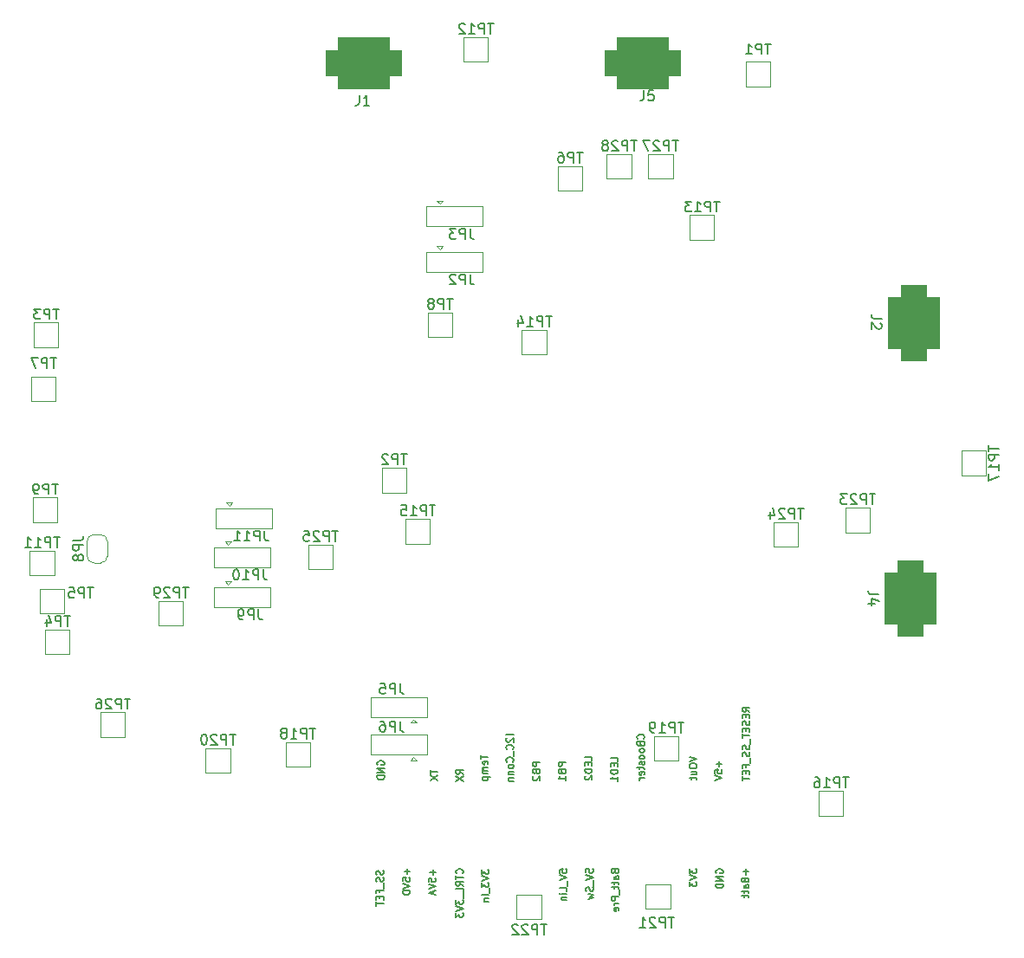
<source format=gbr>
%TF.GenerationSoftware,KiCad,Pcbnew,(6.0.7-1)-1*%
%TF.CreationDate,2022-10-09T23:16:26+02:00*%
%TF.ProjectId,Power_Management_Module,506f7765-725f-44d6-916e-6167656d656e,rev?*%
%TF.SameCoordinates,Original*%
%TF.FileFunction,Legend,Bot*%
%TF.FilePolarity,Positive*%
%FSLAX46Y46*%
G04 Gerber Fmt 4.6, Leading zero omitted, Abs format (unit mm)*
G04 Created by KiCad (PCBNEW (6.0.7-1)-1) date 2022-10-09 23:16:26*
%MOMM*%
%LPD*%
G01*
G04 APERTURE LIST*
G04 Aperture macros list*
%AMRoundRect*
0 Rectangle with rounded corners*
0 $1 Rounding radius*
0 $2 $3 $4 $5 $6 $7 $8 $9 X,Y pos of 4 corners*
0 Add a 4 corners polygon primitive as box body*
4,1,4,$2,$3,$4,$5,$6,$7,$8,$9,$2,$3,0*
0 Add four circle primitives for the rounded corners*
1,1,$1+$1,$2,$3*
1,1,$1+$1,$4,$5*
1,1,$1+$1,$6,$7*
1,1,$1+$1,$8,$9*
0 Add four rect primitives between the rounded corners*
20,1,$1+$1,$2,$3,$4,$5,0*
20,1,$1+$1,$4,$5,$6,$7,0*
20,1,$1+$1,$6,$7,$8,$9,0*
20,1,$1+$1,$8,$9,$2,$3,0*%
%AMFreePoly0*
4,1,22,0.500000,-0.750000,0.000000,-0.750000,0.000000,-0.745033,-0.079941,-0.743568,-0.215256,-0.701293,-0.333266,-0.622738,-0.424486,-0.514219,-0.481581,-0.384460,-0.499164,-0.250000,-0.500000,-0.250000,-0.500000,0.250000,-0.499164,0.250000,-0.499963,0.256109,-0.478152,0.396186,-0.417904,0.524511,-0.324060,0.630769,-0.204165,0.706417,-0.067858,0.745374,0.000000,0.744959,0.000000,0.750000,
0.500000,0.750000,0.500000,-0.750000,0.500000,-0.750000,$1*%
%AMFreePoly1*
4,1,20,0.000000,0.744959,0.073905,0.744508,0.209726,0.703889,0.328688,0.626782,0.421226,0.519385,0.479903,0.390333,0.500000,0.250000,0.500000,-0.250000,0.499851,-0.262216,0.476331,-0.402017,0.414519,-0.529596,0.319384,-0.634700,0.198574,-0.708877,0.061801,-0.746166,0.000000,-0.745033,0.000000,-0.750000,-0.500000,-0.750000,-0.500000,0.750000,0.000000,0.750000,0.000000,0.744959,
0.000000,0.744959,$1*%
%AMFreePoly2*
4,1,6,1.000000,0.000000,0.500000,-0.750000,-0.500000,-0.750000,-0.500000,0.750000,0.500000,0.750000,1.000000,0.000000,1.000000,0.000000,$1*%
G04 Aperture macros list end*
%ADD10C,0.150000*%
%ADD11C,0.120000*%
%ADD12FreePoly0,270.000000*%
%ADD13FreePoly1,270.000000*%
%ADD14C,0.990600*%
%ADD15R,1.700000X1.700000*%
%ADD16O,1.700000X1.700000*%
%ADD17RoundRect,1.250000X-2.500000X-1.250000X2.500000X-1.250000X2.500000X1.250000X-2.500000X1.250000X0*%
%ADD18RoundRect,1.250000X-1.250000X2.500000X-1.250000X-2.500000X1.250000X-2.500000X1.250000X2.500000X0*%
%ADD19C,1.524000*%
%ADD20R,2.000000X2.000000*%
%ADD21R,1.500000X1.500000*%
%ADD22FreePoly2,0.000000*%
%ADD23FreePoly2,180.000000*%
G04 APERTURE END LIST*
D10*
X156316666Y-132800000D02*
X156316666Y-132466666D01*
X156650000Y-132433333D01*
X156616666Y-132466666D01*
X156583333Y-132533333D01*
X156583333Y-132700000D01*
X156616666Y-132766666D01*
X156650000Y-132800000D01*
X156716666Y-132833333D01*
X156883333Y-132833333D01*
X156950000Y-132800000D01*
X156983333Y-132766666D01*
X157016666Y-132700000D01*
X157016666Y-132533333D01*
X156983333Y-132466666D01*
X156950000Y-132433333D01*
X156316666Y-133033333D02*
X157016666Y-133266666D01*
X156316666Y-133500000D01*
X157083333Y-133566666D02*
X157083333Y-134100000D01*
X156983333Y-134233333D02*
X157016666Y-134333333D01*
X157016666Y-134500000D01*
X156983333Y-134566666D01*
X156950000Y-134600000D01*
X156883333Y-134633333D01*
X156816666Y-134633333D01*
X156750000Y-134600000D01*
X156716666Y-134566666D01*
X156683333Y-134500000D01*
X156650000Y-134366666D01*
X156616666Y-134300000D01*
X156583333Y-134266666D01*
X156516666Y-134233333D01*
X156450000Y-134233333D01*
X156383333Y-134266666D01*
X156350000Y-134300000D01*
X156316666Y-134366666D01*
X156316666Y-134533333D01*
X156350000Y-134633333D01*
X156550000Y-134866666D02*
X157016666Y-135000000D01*
X156683333Y-135133333D01*
X157016666Y-135266666D01*
X156550000Y-135400000D01*
X135950000Y-122266666D02*
X135916666Y-122200000D01*
X135916666Y-122100000D01*
X135950000Y-122000000D01*
X136016666Y-121933333D01*
X136083333Y-121900000D01*
X136216666Y-121866666D01*
X136316666Y-121866666D01*
X136450000Y-121900000D01*
X136516666Y-121933333D01*
X136583333Y-122000000D01*
X136616666Y-122100000D01*
X136616666Y-122166666D01*
X136583333Y-122266666D01*
X136550000Y-122300000D01*
X136316666Y-122300000D01*
X136316666Y-122166666D01*
X136616666Y-122600000D02*
X135916666Y-122600000D01*
X136616666Y-123000000D01*
X135916666Y-123000000D01*
X136616666Y-123333333D02*
X135916666Y-123333333D01*
X135916666Y-123500000D01*
X135950000Y-123600000D01*
X136016666Y-123666666D01*
X136083333Y-123700000D01*
X136216666Y-123733333D01*
X136316666Y-123733333D01*
X136450000Y-123700000D01*
X136516666Y-123666666D01*
X136583333Y-123600000D01*
X136616666Y-123500000D01*
X136616666Y-123333333D01*
X161950000Y-119733333D02*
X161983333Y-119700000D01*
X162016666Y-119600000D01*
X162016666Y-119533333D01*
X161983333Y-119433333D01*
X161916666Y-119366666D01*
X161850000Y-119333333D01*
X161716666Y-119300000D01*
X161616666Y-119300000D01*
X161483333Y-119333333D01*
X161416666Y-119366666D01*
X161350000Y-119433333D01*
X161316666Y-119533333D01*
X161316666Y-119600000D01*
X161350000Y-119700000D01*
X161383333Y-119733333D01*
X161650000Y-120266666D02*
X161683333Y-120366666D01*
X161716666Y-120400000D01*
X161783333Y-120433333D01*
X161883333Y-120433333D01*
X161950000Y-120400000D01*
X161983333Y-120366666D01*
X162016666Y-120300000D01*
X162016666Y-120033333D01*
X161316666Y-120033333D01*
X161316666Y-120266666D01*
X161350000Y-120333333D01*
X161383333Y-120366666D01*
X161450000Y-120400000D01*
X161516666Y-120400000D01*
X161583333Y-120366666D01*
X161616666Y-120333333D01*
X161650000Y-120266666D01*
X161650000Y-120033333D01*
X162016666Y-120833333D02*
X161983333Y-120766666D01*
X161950000Y-120733333D01*
X161883333Y-120700000D01*
X161683333Y-120700000D01*
X161616666Y-120733333D01*
X161583333Y-120766666D01*
X161550000Y-120833333D01*
X161550000Y-120933333D01*
X161583333Y-121000000D01*
X161616666Y-121033333D01*
X161683333Y-121066666D01*
X161883333Y-121066666D01*
X161950000Y-121033333D01*
X161983333Y-121000000D01*
X162016666Y-120933333D01*
X162016666Y-120833333D01*
X162016666Y-121466666D02*
X161983333Y-121400000D01*
X161950000Y-121366666D01*
X161883333Y-121333333D01*
X161683333Y-121333333D01*
X161616666Y-121366666D01*
X161583333Y-121400000D01*
X161550000Y-121466666D01*
X161550000Y-121566666D01*
X161583333Y-121633333D01*
X161616666Y-121666666D01*
X161683333Y-121700000D01*
X161883333Y-121700000D01*
X161950000Y-121666666D01*
X161983333Y-121633333D01*
X162016666Y-121566666D01*
X162016666Y-121466666D01*
X161983333Y-121966666D02*
X162016666Y-122033333D01*
X162016666Y-122166666D01*
X161983333Y-122233333D01*
X161916666Y-122266666D01*
X161883333Y-122266666D01*
X161816666Y-122233333D01*
X161783333Y-122166666D01*
X161783333Y-122066666D01*
X161750000Y-122000000D01*
X161683333Y-121966666D01*
X161650000Y-121966666D01*
X161583333Y-122000000D01*
X161550000Y-122066666D01*
X161550000Y-122166666D01*
X161583333Y-122233333D01*
X161550000Y-122466666D02*
X161550000Y-122733333D01*
X161316666Y-122566666D02*
X161916666Y-122566666D01*
X161983333Y-122600000D01*
X162016666Y-122666666D01*
X162016666Y-122733333D01*
X161983333Y-123233333D02*
X162016666Y-123166666D01*
X162016666Y-123033333D01*
X161983333Y-122966666D01*
X161916666Y-122933333D01*
X161650000Y-122933333D01*
X161583333Y-122966666D01*
X161550000Y-123033333D01*
X161550000Y-123166666D01*
X161583333Y-123233333D01*
X161650000Y-123266666D01*
X161716666Y-123266666D01*
X161783333Y-122933333D01*
X162016666Y-123566666D02*
X161550000Y-123566666D01*
X161683333Y-123566666D02*
X161616666Y-123600000D01*
X161583333Y-123633333D01*
X161550000Y-123700000D01*
X161550000Y-123766666D01*
X171950000Y-132466666D02*
X171950000Y-133000000D01*
X172216666Y-132733333D02*
X171683333Y-132733333D01*
X171850000Y-133566666D02*
X171883333Y-133666666D01*
X171916666Y-133700000D01*
X171983333Y-133733333D01*
X172083333Y-133733333D01*
X172150000Y-133700000D01*
X172183333Y-133666666D01*
X172216666Y-133600000D01*
X172216666Y-133333333D01*
X171516666Y-133333333D01*
X171516666Y-133566666D01*
X171550000Y-133633333D01*
X171583333Y-133666666D01*
X171650000Y-133700000D01*
X171716666Y-133700000D01*
X171783333Y-133666666D01*
X171816666Y-133633333D01*
X171850000Y-133566666D01*
X171850000Y-133333333D01*
X172216666Y-134333333D02*
X171850000Y-134333333D01*
X171783333Y-134300000D01*
X171750000Y-134233333D01*
X171750000Y-134100000D01*
X171783333Y-134033333D01*
X172183333Y-134333333D02*
X172216666Y-134266666D01*
X172216666Y-134100000D01*
X172183333Y-134033333D01*
X172116666Y-134000000D01*
X172050000Y-134000000D01*
X171983333Y-134033333D01*
X171950000Y-134100000D01*
X171950000Y-134266666D01*
X171916666Y-134333333D01*
X171750000Y-134566666D02*
X171750000Y-134833333D01*
X171516666Y-134666666D02*
X172116666Y-134666666D01*
X172183333Y-134700000D01*
X172216666Y-134766666D01*
X172216666Y-134833333D01*
X171750000Y-134966666D02*
X171750000Y-135233333D01*
X171516666Y-135066666D02*
X172116666Y-135066666D01*
X172183333Y-135100000D01*
X172216666Y-135166666D01*
X172216666Y-135233333D01*
X159150000Y-132700000D02*
X159183333Y-132800000D01*
X159216666Y-132833333D01*
X159283333Y-132866666D01*
X159383333Y-132866666D01*
X159450000Y-132833333D01*
X159483333Y-132800000D01*
X159516666Y-132733333D01*
X159516666Y-132466666D01*
X158816666Y-132466666D01*
X158816666Y-132700000D01*
X158850000Y-132766666D01*
X158883333Y-132800000D01*
X158950000Y-132833333D01*
X159016666Y-132833333D01*
X159083333Y-132800000D01*
X159116666Y-132766666D01*
X159150000Y-132700000D01*
X159150000Y-132466666D01*
X159516666Y-133466666D02*
X159150000Y-133466666D01*
X159083333Y-133433333D01*
X159050000Y-133366666D01*
X159050000Y-133233333D01*
X159083333Y-133166666D01*
X159483333Y-133466666D02*
X159516666Y-133400000D01*
X159516666Y-133233333D01*
X159483333Y-133166666D01*
X159416666Y-133133333D01*
X159350000Y-133133333D01*
X159283333Y-133166666D01*
X159250000Y-133233333D01*
X159250000Y-133400000D01*
X159216666Y-133466666D01*
X159050000Y-133700000D02*
X159050000Y-133966666D01*
X158816666Y-133800000D02*
X159416666Y-133800000D01*
X159483333Y-133833333D01*
X159516666Y-133900000D01*
X159516666Y-133966666D01*
X159050000Y-134100000D02*
X159050000Y-134366666D01*
X158816666Y-134200000D02*
X159416666Y-134200000D01*
X159483333Y-134233333D01*
X159516666Y-134300000D01*
X159516666Y-134366666D01*
X159583333Y-134433333D02*
X159583333Y-134966666D01*
X159516666Y-135133333D02*
X158816666Y-135133333D01*
X158816666Y-135400000D01*
X158850000Y-135466666D01*
X158883333Y-135500000D01*
X158950000Y-135533333D01*
X159050000Y-135533333D01*
X159116666Y-135500000D01*
X159150000Y-135466666D01*
X159183333Y-135400000D01*
X159183333Y-135133333D01*
X159516666Y-135833333D02*
X159050000Y-135833333D01*
X159183333Y-135833333D02*
X159116666Y-135866666D01*
X159083333Y-135900000D01*
X159050000Y-135966666D01*
X159050000Y-136033333D01*
X159483333Y-136533333D02*
X159516666Y-136466666D01*
X159516666Y-136333333D01*
X159483333Y-136266666D01*
X159416666Y-136233333D01*
X159150000Y-136233333D01*
X159083333Y-136266666D01*
X159050000Y-136333333D01*
X159050000Y-136466666D01*
X159083333Y-136533333D01*
X159150000Y-136566666D01*
X159216666Y-136566666D01*
X159283333Y-136233333D01*
X154316666Y-122033333D02*
X153616666Y-122033333D01*
X153616666Y-122300000D01*
X153650000Y-122366666D01*
X153683333Y-122400000D01*
X153750000Y-122433333D01*
X153850000Y-122433333D01*
X153916666Y-122400000D01*
X153950000Y-122366666D01*
X153983333Y-122300000D01*
X153983333Y-122033333D01*
X153950000Y-122966666D02*
X153983333Y-123066666D01*
X154016666Y-123100000D01*
X154083333Y-123133333D01*
X154183333Y-123133333D01*
X154250000Y-123100000D01*
X154283333Y-123066666D01*
X154316666Y-123000000D01*
X154316666Y-122733333D01*
X153616666Y-122733333D01*
X153616666Y-122966666D01*
X153650000Y-123033333D01*
X153683333Y-123066666D01*
X153750000Y-123100000D01*
X153816666Y-123100000D01*
X153883333Y-123066666D01*
X153916666Y-123033333D01*
X153950000Y-122966666D01*
X153950000Y-122733333D01*
X154316666Y-123800000D02*
X154316666Y-123400000D01*
X154316666Y-123600000D02*
X153616666Y-123600000D01*
X153716666Y-123533333D01*
X153783333Y-123466666D01*
X153816666Y-123400000D01*
X136483333Y-132616666D02*
X136516666Y-132716666D01*
X136516666Y-132883333D01*
X136483333Y-132950000D01*
X136450000Y-132983333D01*
X136383333Y-133016666D01*
X136316666Y-133016666D01*
X136250000Y-132983333D01*
X136216666Y-132950000D01*
X136183333Y-132883333D01*
X136150000Y-132750000D01*
X136116666Y-132683333D01*
X136083333Y-132650000D01*
X136016666Y-132616666D01*
X135950000Y-132616666D01*
X135883333Y-132650000D01*
X135850000Y-132683333D01*
X135816666Y-132750000D01*
X135816666Y-132916666D01*
X135850000Y-133016666D01*
X136483333Y-133283333D02*
X136516666Y-133383333D01*
X136516666Y-133550000D01*
X136483333Y-133616666D01*
X136450000Y-133650000D01*
X136383333Y-133683333D01*
X136316666Y-133683333D01*
X136250000Y-133650000D01*
X136216666Y-133616666D01*
X136183333Y-133550000D01*
X136150000Y-133416666D01*
X136116666Y-133350000D01*
X136083333Y-133316666D01*
X136016666Y-133283333D01*
X135950000Y-133283333D01*
X135883333Y-133316666D01*
X135850000Y-133350000D01*
X135816666Y-133416666D01*
X135816666Y-133583333D01*
X135850000Y-133683333D01*
X136583333Y-133816666D02*
X136583333Y-134350000D01*
X136150000Y-134750000D02*
X136150000Y-134516666D01*
X136516666Y-134516666D02*
X135816666Y-134516666D01*
X135816666Y-134850000D01*
X136150000Y-135116666D02*
X136150000Y-135350000D01*
X136516666Y-135450000D02*
X136516666Y-135116666D01*
X135816666Y-135116666D01*
X135816666Y-135450000D01*
X135816666Y-135650000D02*
X135816666Y-136050000D01*
X136516666Y-135850000D02*
X135816666Y-135850000D01*
X153716666Y-132833333D02*
X153716666Y-132500000D01*
X154050000Y-132466666D01*
X154016666Y-132500000D01*
X153983333Y-132566666D01*
X153983333Y-132733333D01*
X154016666Y-132800000D01*
X154050000Y-132833333D01*
X154116666Y-132866666D01*
X154283333Y-132866666D01*
X154350000Y-132833333D01*
X154383333Y-132800000D01*
X154416666Y-132733333D01*
X154416666Y-132566666D01*
X154383333Y-132500000D01*
X154350000Y-132466666D01*
X153716666Y-133066666D02*
X154416666Y-133300000D01*
X153716666Y-133533333D01*
X154483333Y-133600000D02*
X154483333Y-134133333D01*
X154416666Y-134633333D02*
X154416666Y-134300000D01*
X153716666Y-134300000D01*
X154416666Y-134866666D02*
X153950000Y-134866666D01*
X153716666Y-134866666D02*
X153750000Y-134833333D01*
X153783333Y-134866666D01*
X153750000Y-134900000D01*
X153716666Y-134866666D01*
X153783333Y-134866666D01*
X153950000Y-135200000D02*
X154416666Y-135200000D01*
X154016666Y-135200000D02*
X153983333Y-135233333D01*
X153950000Y-135300000D01*
X153950000Y-135400000D01*
X153983333Y-135466666D01*
X154050000Y-135500000D01*
X154416666Y-135500000D01*
X169350000Y-121900000D02*
X169350000Y-122433333D01*
X169616666Y-122166666D02*
X169083333Y-122166666D01*
X168916666Y-123100000D02*
X168916666Y-122766666D01*
X169250000Y-122733333D01*
X169216666Y-122766666D01*
X169183333Y-122833333D01*
X169183333Y-123000000D01*
X169216666Y-123066666D01*
X169250000Y-123100000D01*
X169316666Y-123133333D01*
X169483333Y-123133333D01*
X169550000Y-123100000D01*
X169583333Y-123066666D01*
X169616666Y-123000000D01*
X169616666Y-122833333D01*
X169583333Y-122766666D01*
X169550000Y-122733333D01*
X168916666Y-123333333D02*
X169616666Y-123566666D01*
X168916666Y-123800000D01*
X159416666Y-121916666D02*
X159416666Y-121583333D01*
X158716666Y-121583333D01*
X159050000Y-122150000D02*
X159050000Y-122383333D01*
X159416666Y-122483333D02*
X159416666Y-122150000D01*
X158716666Y-122150000D01*
X158716666Y-122483333D01*
X159416666Y-122783333D02*
X158716666Y-122783333D01*
X158716666Y-122950000D01*
X158750000Y-123050000D01*
X158816666Y-123116666D01*
X158883333Y-123150000D01*
X159016666Y-123183333D01*
X159116666Y-123183333D01*
X159250000Y-123150000D01*
X159316666Y-123116666D01*
X159383333Y-123050000D01*
X159416666Y-122950000D01*
X159416666Y-122783333D01*
X159416666Y-123850000D02*
X159416666Y-123450000D01*
X159416666Y-123650000D02*
X158716666Y-123650000D01*
X158816666Y-123583333D01*
X158883333Y-123516666D01*
X158916666Y-123450000D01*
X169050000Y-132866666D02*
X169016666Y-132800000D01*
X169016666Y-132700000D01*
X169050000Y-132600000D01*
X169116666Y-132533333D01*
X169183333Y-132500000D01*
X169316666Y-132466666D01*
X169416666Y-132466666D01*
X169550000Y-132500000D01*
X169616666Y-132533333D01*
X169683333Y-132600000D01*
X169716666Y-132700000D01*
X169716666Y-132766666D01*
X169683333Y-132866666D01*
X169650000Y-132900000D01*
X169416666Y-132900000D01*
X169416666Y-132766666D01*
X169716666Y-133200000D02*
X169016666Y-133200000D01*
X169716666Y-133600000D01*
X169016666Y-133600000D01*
X169716666Y-133933333D02*
X169016666Y-133933333D01*
X169016666Y-134100000D01*
X169050000Y-134200000D01*
X169116666Y-134266666D01*
X169183333Y-134300000D01*
X169316666Y-134333333D01*
X169416666Y-134333333D01*
X169550000Y-134300000D01*
X169616666Y-134266666D01*
X169683333Y-134200000D01*
X169716666Y-134100000D01*
X169716666Y-133933333D01*
X151816666Y-122033333D02*
X151116666Y-122033333D01*
X151116666Y-122300000D01*
X151150000Y-122366666D01*
X151183333Y-122400000D01*
X151250000Y-122433333D01*
X151350000Y-122433333D01*
X151416666Y-122400000D01*
X151450000Y-122366666D01*
X151483333Y-122300000D01*
X151483333Y-122033333D01*
X151450000Y-122966666D02*
X151483333Y-123066666D01*
X151516666Y-123100000D01*
X151583333Y-123133333D01*
X151683333Y-123133333D01*
X151750000Y-123100000D01*
X151783333Y-123066666D01*
X151816666Y-123000000D01*
X151816666Y-122733333D01*
X151116666Y-122733333D01*
X151116666Y-122966666D01*
X151150000Y-123033333D01*
X151183333Y-123066666D01*
X151250000Y-123100000D01*
X151316666Y-123100000D01*
X151383333Y-123066666D01*
X151416666Y-123033333D01*
X151450000Y-122966666D01*
X151450000Y-122733333D01*
X151183333Y-123400000D02*
X151150000Y-123433333D01*
X151116666Y-123500000D01*
X151116666Y-123666666D01*
X151150000Y-123733333D01*
X151183333Y-123766666D01*
X151250000Y-123800000D01*
X151316666Y-123800000D01*
X151416666Y-123766666D01*
X151816666Y-123366666D01*
X151816666Y-123800000D01*
X144250000Y-132883333D02*
X144283333Y-132850000D01*
X144316666Y-132750000D01*
X144316666Y-132683333D01*
X144283333Y-132583333D01*
X144216666Y-132516666D01*
X144150000Y-132483333D01*
X144016666Y-132450000D01*
X143916666Y-132450000D01*
X143783333Y-132483333D01*
X143716666Y-132516666D01*
X143650000Y-132583333D01*
X143616666Y-132683333D01*
X143616666Y-132750000D01*
X143650000Y-132850000D01*
X143683333Y-132883333D01*
X143616666Y-133083333D02*
X143616666Y-133483333D01*
X144316666Y-133283333D02*
X143616666Y-133283333D01*
X144316666Y-134116666D02*
X143983333Y-133883333D01*
X144316666Y-133716666D02*
X143616666Y-133716666D01*
X143616666Y-133983333D01*
X143650000Y-134050000D01*
X143683333Y-134083333D01*
X143750000Y-134116666D01*
X143850000Y-134116666D01*
X143916666Y-134083333D01*
X143950000Y-134050000D01*
X143983333Y-133983333D01*
X143983333Y-133716666D01*
X144316666Y-134750000D02*
X144316666Y-134416666D01*
X143616666Y-134416666D01*
X144383333Y-134816666D02*
X144383333Y-135350000D01*
X143616666Y-135450000D02*
X143616666Y-135883333D01*
X143883333Y-135650000D01*
X143883333Y-135750000D01*
X143916666Y-135816666D01*
X143950000Y-135850000D01*
X144016666Y-135883333D01*
X144183333Y-135883333D01*
X144250000Y-135850000D01*
X144283333Y-135816666D01*
X144316666Y-135750000D01*
X144316666Y-135550000D01*
X144283333Y-135483333D01*
X144250000Y-135450000D01*
X143616666Y-136083333D02*
X144316666Y-136316666D01*
X143616666Y-136550000D01*
X143616666Y-136716666D02*
X143616666Y-137150000D01*
X143883333Y-136916666D01*
X143883333Y-137016666D01*
X143916666Y-137083333D01*
X143950000Y-137116666D01*
X144016666Y-137150000D01*
X144183333Y-137150000D01*
X144250000Y-137116666D01*
X144283333Y-137083333D01*
X144316666Y-137016666D01*
X144316666Y-136816666D01*
X144283333Y-136750000D01*
X144250000Y-136716666D01*
X141350000Y-132500000D02*
X141350000Y-133033333D01*
X141616666Y-132766666D02*
X141083333Y-132766666D01*
X140916666Y-133700000D02*
X140916666Y-133366666D01*
X141250000Y-133333333D01*
X141216666Y-133366666D01*
X141183333Y-133433333D01*
X141183333Y-133600000D01*
X141216666Y-133666666D01*
X141250000Y-133700000D01*
X141316666Y-133733333D01*
X141483333Y-133733333D01*
X141550000Y-133700000D01*
X141583333Y-133666666D01*
X141616666Y-133600000D01*
X141616666Y-133433333D01*
X141583333Y-133366666D01*
X141550000Y-133333333D01*
X140916666Y-133933333D02*
X141616666Y-134166666D01*
X140916666Y-134400000D01*
X141416666Y-134600000D02*
X141416666Y-134933333D01*
X141616666Y-134533333D02*
X140916666Y-134766666D01*
X141616666Y-135000000D01*
X172316666Y-117100000D02*
X171983333Y-116866666D01*
X172316666Y-116700000D02*
X171616666Y-116700000D01*
X171616666Y-116966666D01*
X171650000Y-117033333D01*
X171683333Y-117066666D01*
X171750000Y-117100000D01*
X171850000Y-117100000D01*
X171916666Y-117066666D01*
X171950000Y-117033333D01*
X171983333Y-116966666D01*
X171983333Y-116700000D01*
X171950000Y-117400000D02*
X171950000Y-117633333D01*
X172316666Y-117733333D02*
X172316666Y-117400000D01*
X171616666Y-117400000D01*
X171616666Y-117733333D01*
X172283333Y-118000000D02*
X172316666Y-118100000D01*
X172316666Y-118266666D01*
X172283333Y-118333333D01*
X172250000Y-118366666D01*
X172183333Y-118400000D01*
X172116666Y-118400000D01*
X172050000Y-118366666D01*
X172016666Y-118333333D01*
X171983333Y-118266666D01*
X171950000Y-118133333D01*
X171916666Y-118066666D01*
X171883333Y-118033333D01*
X171816666Y-118000000D01*
X171750000Y-118000000D01*
X171683333Y-118033333D01*
X171650000Y-118066666D01*
X171616666Y-118133333D01*
X171616666Y-118300000D01*
X171650000Y-118400000D01*
X171950000Y-118700000D02*
X171950000Y-118933333D01*
X172316666Y-119033333D02*
X172316666Y-118700000D01*
X171616666Y-118700000D01*
X171616666Y-119033333D01*
X171616666Y-119233333D02*
X171616666Y-119633333D01*
X172316666Y-119433333D02*
X171616666Y-119433333D01*
X172383333Y-119700000D02*
X172383333Y-120233333D01*
X172283333Y-120366666D02*
X172316666Y-120466666D01*
X172316666Y-120633333D01*
X172283333Y-120700000D01*
X172250000Y-120733333D01*
X172183333Y-120766666D01*
X172116666Y-120766666D01*
X172050000Y-120733333D01*
X172016666Y-120700000D01*
X171983333Y-120633333D01*
X171950000Y-120500000D01*
X171916666Y-120433333D01*
X171883333Y-120400000D01*
X171816666Y-120366666D01*
X171750000Y-120366666D01*
X171683333Y-120400000D01*
X171650000Y-120433333D01*
X171616666Y-120500000D01*
X171616666Y-120666666D01*
X171650000Y-120766666D01*
X172283333Y-121033333D02*
X172316666Y-121133333D01*
X172316666Y-121300000D01*
X172283333Y-121366666D01*
X172250000Y-121400000D01*
X172183333Y-121433333D01*
X172116666Y-121433333D01*
X172050000Y-121400000D01*
X172016666Y-121366666D01*
X171983333Y-121300000D01*
X171950000Y-121166666D01*
X171916666Y-121100000D01*
X171883333Y-121066666D01*
X171816666Y-121033333D01*
X171750000Y-121033333D01*
X171683333Y-121066666D01*
X171650000Y-121100000D01*
X171616666Y-121166666D01*
X171616666Y-121333333D01*
X171650000Y-121433333D01*
X172383333Y-121566666D02*
X172383333Y-122100000D01*
X171950000Y-122500000D02*
X171950000Y-122266666D01*
X172316666Y-122266666D02*
X171616666Y-122266666D01*
X171616666Y-122600000D01*
X171950000Y-122866666D02*
X171950000Y-123100000D01*
X172316666Y-123200000D02*
X172316666Y-122866666D01*
X171616666Y-122866666D01*
X171616666Y-123200000D01*
X171616666Y-123400000D02*
X171616666Y-123800000D01*
X172316666Y-123600000D02*
X171616666Y-123600000D01*
X166416666Y-121483333D02*
X167116666Y-121716666D01*
X166416666Y-121950000D01*
X166416666Y-122316666D02*
X166416666Y-122450000D01*
X166450000Y-122516666D01*
X166516666Y-122583333D01*
X166650000Y-122616666D01*
X166883333Y-122616666D01*
X167016666Y-122583333D01*
X167083333Y-122516666D01*
X167116666Y-122450000D01*
X167116666Y-122316666D01*
X167083333Y-122250000D01*
X167016666Y-122183333D01*
X166883333Y-122150000D01*
X166650000Y-122150000D01*
X166516666Y-122183333D01*
X166450000Y-122250000D01*
X166416666Y-122316666D01*
X166650000Y-123216666D02*
X167116666Y-123216666D01*
X166650000Y-122916666D02*
X167016666Y-122916666D01*
X167083333Y-122950000D01*
X167116666Y-123016666D01*
X167116666Y-123116666D01*
X167083333Y-123183333D01*
X167050000Y-123216666D01*
X166650000Y-123450000D02*
X166650000Y-123716666D01*
X166416666Y-123550000D02*
X167016666Y-123550000D01*
X167083333Y-123583333D01*
X167116666Y-123650000D01*
X167116666Y-123716666D01*
X146016666Y-121316666D02*
X146016666Y-121716666D01*
X146716666Y-121516666D02*
X146016666Y-121516666D01*
X146683333Y-122216666D02*
X146716666Y-122150000D01*
X146716666Y-122016666D01*
X146683333Y-121950000D01*
X146616666Y-121916666D01*
X146350000Y-121916666D01*
X146283333Y-121950000D01*
X146250000Y-122016666D01*
X146250000Y-122150000D01*
X146283333Y-122216666D01*
X146350000Y-122250000D01*
X146416666Y-122250000D01*
X146483333Y-121916666D01*
X146716666Y-122550000D02*
X146250000Y-122550000D01*
X146316666Y-122550000D02*
X146283333Y-122583333D01*
X146250000Y-122650000D01*
X146250000Y-122750000D01*
X146283333Y-122816666D01*
X146350000Y-122850000D01*
X146716666Y-122850000D01*
X146350000Y-122850000D02*
X146283333Y-122883333D01*
X146250000Y-122950000D01*
X146250000Y-123050000D01*
X146283333Y-123116666D01*
X146350000Y-123150000D01*
X146716666Y-123150000D01*
X146250000Y-123483333D02*
X146950000Y-123483333D01*
X146283333Y-123483333D02*
X146250000Y-123550000D01*
X146250000Y-123683333D01*
X146283333Y-123750000D01*
X146316666Y-123783333D01*
X146383333Y-123816666D01*
X146583333Y-123816666D01*
X146650000Y-123783333D01*
X146683333Y-123750000D01*
X146716666Y-123683333D01*
X146716666Y-123550000D01*
X146683333Y-123483333D01*
X138850000Y-132450000D02*
X138850000Y-132983333D01*
X139116666Y-132716666D02*
X138583333Y-132716666D01*
X138416666Y-133650000D02*
X138416666Y-133316666D01*
X138750000Y-133283333D01*
X138716666Y-133316666D01*
X138683333Y-133383333D01*
X138683333Y-133550000D01*
X138716666Y-133616666D01*
X138750000Y-133650000D01*
X138816666Y-133683333D01*
X138983333Y-133683333D01*
X139050000Y-133650000D01*
X139083333Y-133616666D01*
X139116666Y-133550000D01*
X139116666Y-133383333D01*
X139083333Y-133316666D01*
X139050000Y-133283333D01*
X138416666Y-133883333D02*
X139116666Y-134116666D01*
X138416666Y-134350000D01*
X139116666Y-134583333D02*
X138416666Y-134583333D01*
X138416666Y-134750000D01*
X138450000Y-134850000D01*
X138516666Y-134916666D01*
X138583333Y-134950000D01*
X138716666Y-134983333D01*
X138816666Y-134983333D01*
X138950000Y-134950000D01*
X139016666Y-134916666D01*
X139083333Y-134850000D01*
X139116666Y-134750000D01*
X139116666Y-134583333D01*
X141116666Y-122766666D02*
X141116666Y-123166666D01*
X141816666Y-122966666D02*
X141116666Y-122966666D01*
X141116666Y-123333333D02*
X141816666Y-123800000D01*
X141116666Y-123800000D02*
X141816666Y-123333333D01*
X144316666Y-123183333D02*
X143983333Y-122950000D01*
X144316666Y-122783333D02*
X143616666Y-122783333D01*
X143616666Y-123050000D01*
X143650000Y-123116666D01*
X143683333Y-123150000D01*
X143750000Y-123183333D01*
X143850000Y-123183333D01*
X143916666Y-123150000D01*
X143950000Y-123116666D01*
X143983333Y-123050000D01*
X143983333Y-122783333D01*
X143616666Y-123416666D02*
X144316666Y-123883333D01*
X143616666Y-123883333D02*
X144316666Y-123416666D01*
X166416666Y-132433333D02*
X166416666Y-132866666D01*
X166683333Y-132633333D01*
X166683333Y-132733333D01*
X166716666Y-132800000D01*
X166750000Y-132833333D01*
X166816666Y-132866666D01*
X166983333Y-132866666D01*
X167050000Y-132833333D01*
X167083333Y-132800000D01*
X167116666Y-132733333D01*
X167116666Y-132533333D01*
X167083333Y-132466666D01*
X167050000Y-132433333D01*
X166416666Y-133066666D02*
X167116666Y-133300000D01*
X166416666Y-133533333D01*
X166416666Y-133700000D02*
X166416666Y-134133333D01*
X166683333Y-133900000D01*
X166683333Y-134000000D01*
X166716666Y-134066666D01*
X166750000Y-134100000D01*
X166816666Y-134133333D01*
X166983333Y-134133333D01*
X167050000Y-134100000D01*
X167083333Y-134066666D01*
X167116666Y-134000000D01*
X167116666Y-133800000D01*
X167083333Y-133733333D01*
X167050000Y-133700000D01*
X156916666Y-121816666D02*
X156916666Y-121483333D01*
X156216666Y-121483333D01*
X156550000Y-122050000D02*
X156550000Y-122283333D01*
X156916666Y-122383333D02*
X156916666Y-122050000D01*
X156216666Y-122050000D01*
X156216666Y-122383333D01*
X156916666Y-122683333D02*
X156216666Y-122683333D01*
X156216666Y-122850000D01*
X156250000Y-122950000D01*
X156316666Y-123016666D01*
X156383333Y-123050000D01*
X156516666Y-123083333D01*
X156616666Y-123083333D01*
X156750000Y-123050000D01*
X156816666Y-123016666D01*
X156883333Y-122950000D01*
X156916666Y-122850000D01*
X156916666Y-122683333D01*
X156283333Y-123350000D02*
X156250000Y-123383333D01*
X156216666Y-123450000D01*
X156216666Y-123616666D01*
X156250000Y-123683333D01*
X156283333Y-123716666D01*
X156350000Y-123750000D01*
X156416666Y-123750000D01*
X156516666Y-123716666D01*
X156916666Y-123316666D01*
X156916666Y-123750000D01*
X146116666Y-132483333D02*
X146116666Y-132916666D01*
X146383333Y-132683333D01*
X146383333Y-132783333D01*
X146416666Y-132850000D01*
X146450000Y-132883333D01*
X146516666Y-132916666D01*
X146683333Y-132916666D01*
X146750000Y-132883333D01*
X146783333Y-132850000D01*
X146816666Y-132783333D01*
X146816666Y-132583333D01*
X146783333Y-132516666D01*
X146750000Y-132483333D01*
X146116666Y-133116666D02*
X146816666Y-133350000D01*
X146116666Y-133583333D01*
X146116666Y-133750000D02*
X146116666Y-134183333D01*
X146383333Y-133950000D01*
X146383333Y-134050000D01*
X146416666Y-134116666D01*
X146450000Y-134150000D01*
X146516666Y-134183333D01*
X146683333Y-134183333D01*
X146750000Y-134150000D01*
X146783333Y-134116666D01*
X146816666Y-134050000D01*
X146816666Y-133850000D01*
X146783333Y-133783333D01*
X146750000Y-133750000D01*
X146883333Y-134316666D02*
X146883333Y-134850000D01*
X146816666Y-135016666D02*
X146116666Y-135016666D01*
X146350000Y-135350000D02*
X146816666Y-135350000D01*
X146416666Y-135350000D02*
X146383333Y-135383333D01*
X146350000Y-135450000D01*
X146350000Y-135550000D01*
X146383333Y-135616666D01*
X146450000Y-135650000D01*
X146816666Y-135650000D01*
X149216666Y-119350000D02*
X148516666Y-119350000D01*
X148583333Y-119650000D02*
X148550000Y-119683333D01*
X148516666Y-119750000D01*
X148516666Y-119916666D01*
X148550000Y-119983333D01*
X148583333Y-120016666D01*
X148650000Y-120050000D01*
X148716666Y-120050000D01*
X148816666Y-120016666D01*
X149216666Y-119616666D01*
X149216666Y-120050000D01*
X149150000Y-120750000D02*
X149183333Y-120716666D01*
X149216666Y-120616666D01*
X149216666Y-120550000D01*
X149183333Y-120450000D01*
X149116666Y-120383333D01*
X149050000Y-120350000D01*
X148916666Y-120316666D01*
X148816666Y-120316666D01*
X148683333Y-120350000D01*
X148616666Y-120383333D01*
X148550000Y-120450000D01*
X148516666Y-120550000D01*
X148516666Y-120616666D01*
X148550000Y-120716666D01*
X148583333Y-120750000D01*
X149283333Y-120883333D02*
X149283333Y-121416666D01*
X149150000Y-121983333D02*
X149183333Y-121950000D01*
X149216666Y-121850000D01*
X149216666Y-121783333D01*
X149183333Y-121683333D01*
X149116666Y-121616666D01*
X149050000Y-121583333D01*
X148916666Y-121550000D01*
X148816666Y-121550000D01*
X148683333Y-121583333D01*
X148616666Y-121616666D01*
X148550000Y-121683333D01*
X148516666Y-121783333D01*
X148516666Y-121850000D01*
X148550000Y-121950000D01*
X148583333Y-121983333D01*
X149216666Y-122383333D02*
X149183333Y-122316666D01*
X149150000Y-122283333D01*
X149083333Y-122250000D01*
X148883333Y-122250000D01*
X148816666Y-122283333D01*
X148783333Y-122316666D01*
X148750000Y-122383333D01*
X148750000Y-122483333D01*
X148783333Y-122550000D01*
X148816666Y-122583333D01*
X148883333Y-122616666D01*
X149083333Y-122616666D01*
X149150000Y-122583333D01*
X149183333Y-122550000D01*
X149216666Y-122483333D01*
X149216666Y-122383333D01*
X148750000Y-122916666D02*
X149216666Y-122916666D01*
X148816666Y-122916666D02*
X148783333Y-122950000D01*
X148750000Y-123016666D01*
X148750000Y-123116666D01*
X148783333Y-123183333D01*
X148850000Y-123216666D01*
X149216666Y-123216666D01*
X148750000Y-123550000D02*
X149216666Y-123550000D01*
X148816666Y-123550000D02*
X148783333Y-123583333D01*
X148750000Y-123650000D01*
X148750000Y-123750000D01*
X148783333Y-123816666D01*
X148850000Y-123850000D01*
X149216666Y-123850000D01*
%TO.C,JP8*%
X106202380Y-100316666D02*
X106916666Y-100316666D01*
X107059523Y-100269047D01*
X107154761Y-100173809D01*
X107202380Y-100030952D01*
X107202380Y-99935714D01*
X107202380Y-100792857D02*
X106202380Y-100792857D01*
X106202380Y-101173809D01*
X106250000Y-101269047D01*
X106297619Y-101316666D01*
X106392857Y-101364285D01*
X106535714Y-101364285D01*
X106630952Y-101316666D01*
X106678571Y-101269047D01*
X106726190Y-101173809D01*
X106726190Y-100792857D01*
X106630952Y-101935714D02*
X106583333Y-101840476D01*
X106535714Y-101792857D01*
X106440476Y-101745238D01*
X106392857Y-101745238D01*
X106297619Y-101792857D01*
X106250000Y-101840476D01*
X106202380Y-101935714D01*
X106202380Y-102126190D01*
X106250000Y-102221428D01*
X106297619Y-102269047D01*
X106392857Y-102316666D01*
X106440476Y-102316666D01*
X106535714Y-102269047D01*
X106583333Y-102221428D01*
X106630952Y-102126190D01*
X106630952Y-101935714D01*
X106678571Y-101840476D01*
X106726190Y-101792857D01*
X106821428Y-101745238D01*
X107011904Y-101745238D01*
X107107142Y-101792857D01*
X107154761Y-101840476D01*
X107202380Y-101935714D01*
X107202380Y-102126190D01*
X107154761Y-102221428D01*
X107107142Y-102269047D01*
X107011904Y-102316666D01*
X106821428Y-102316666D01*
X106726190Y-102269047D01*
X106678571Y-102221428D01*
X106630952Y-102126190D01*
%TO.C,J1*%
X134156666Y-56807380D02*
X134156666Y-57521666D01*
X134109047Y-57664523D01*
X134013809Y-57759761D01*
X133870952Y-57807380D01*
X133775714Y-57807380D01*
X135156666Y-57807380D02*
X134585238Y-57807380D01*
X134870952Y-57807380D02*
X134870952Y-56807380D01*
X134775714Y-56950238D01*
X134680476Y-57045476D01*
X134585238Y-57093095D01*
%TO.C,J5*%
X161966666Y-56352380D02*
X161966666Y-57066666D01*
X161919047Y-57209523D01*
X161823809Y-57304761D01*
X161680952Y-57352380D01*
X161585714Y-57352380D01*
X162919047Y-56352380D02*
X162442857Y-56352380D01*
X162395238Y-56828571D01*
X162442857Y-56780952D01*
X162538095Y-56733333D01*
X162776190Y-56733333D01*
X162871428Y-56780952D01*
X162919047Y-56828571D01*
X162966666Y-56923809D01*
X162966666Y-57161904D01*
X162919047Y-57257142D01*
X162871428Y-57304761D01*
X162776190Y-57352380D01*
X162538095Y-57352380D01*
X162442857Y-57304761D01*
X162395238Y-57257142D01*
%TO.C,J2*%
X185197619Y-78666666D02*
X184483333Y-78666666D01*
X184340476Y-78619047D01*
X184245238Y-78523809D01*
X184197619Y-78380952D01*
X184197619Y-78285714D01*
X185102380Y-79095238D02*
X185150000Y-79142857D01*
X185197619Y-79238095D01*
X185197619Y-79476190D01*
X185150000Y-79571428D01*
X185102380Y-79619047D01*
X185007142Y-79666666D01*
X184911904Y-79666666D01*
X184769047Y-79619047D01*
X184197619Y-79047619D01*
X184197619Y-79666666D01*
%TO.C,J4*%
X184897619Y-105616666D02*
X184183333Y-105616666D01*
X184040476Y-105569047D01*
X183945238Y-105473809D01*
X183897619Y-105330952D01*
X183897619Y-105235714D01*
X184564285Y-106521428D02*
X183897619Y-106521428D01*
X184945238Y-106283333D02*
X184230952Y-106045238D01*
X184230952Y-106664285D01*
%TO.C,TP6*%
X156011904Y-62404380D02*
X155440476Y-62404380D01*
X155726190Y-63404380D02*
X155726190Y-62404380D01*
X155107142Y-63404380D02*
X155107142Y-62404380D01*
X154726190Y-62404380D01*
X154630952Y-62452000D01*
X154583333Y-62499619D01*
X154535714Y-62594857D01*
X154535714Y-62737714D01*
X154583333Y-62832952D01*
X154630952Y-62880571D01*
X154726190Y-62928190D01*
X155107142Y-62928190D01*
X153678571Y-62404380D02*
X153869047Y-62404380D01*
X153964285Y-62452000D01*
X154011904Y-62499619D01*
X154107142Y-62642476D01*
X154154761Y-62832952D01*
X154154761Y-63213904D01*
X154107142Y-63309142D01*
X154059523Y-63356761D01*
X153964285Y-63404380D01*
X153773809Y-63404380D01*
X153678571Y-63356761D01*
X153630952Y-63309142D01*
X153583333Y-63213904D01*
X153583333Y-62975809D01*
X153630952Y-62880571D01*
X153678571Y-62832952D01*
X153773809Y-62785333D01*
X153964285Y-62785333D01*
X154059523Y-62832952D01*
X154107142Y-62880571D01*
X154154761Y-62975809D01*
%TO.C,TP15*%
X141588095Y-96904380D02*
X141016666Y-96904380D01*
X141302380Y-97904380D02*
X141302380Y-96904380D01*
X140683333Y-97904380D02*
X140683333Y-96904380D01*
X140302380Y-96904380D01*
X140207142Y-96952000D01*
X140159523Y-96999619D01*
X140111904Y-97094857D01*
X140111904Y-97237714D01*
X140159523Y-97332952D01*
X140207142Y-97380571D01*
X140302380Y-97428190D01*
X140683333Y-97428190D01*
X139159523Y-97904380D02*
X139730952Y-97904380D01*
X139445238Y-97904380D02*
X139445238Y-96904380D01*
X139540476Y-97047238D01*
X139635714Y-97142476D01*
X139730952Y-97190095D01*
X138254761Y-96904380D02*
X138730952Y-96904380D01*
X138778571Y-97380571D01*
X138730952Y-97332952D01*
X138635714Y-97285333D01*
X138397619Y-97285333D01*
X138302380Y-97332952D01*
X138254761Y-97380571D01*
X138207142Y-97475809D01*
X138207142Y-97713904D01*
X138254761Y-97809142D01*
X138302380Y-97856761D01*
X138397619Y-97904380D01*
X138635714Y-97904380D01*
X138730952Y-97856761D01*
X138778571Y-97809142D01*
%TO.C,TP25*%
X132088095Y-99404380D02*
X131516666Y-99404380D01*
X131802380Y-100404380D02*
X131802380Y-99404380D01*
X131183333Y-100404380D02*
X131183333Y-99404380D01*
X130802380Y-99404380D01*
X130707142Y-99452000D01*
X130659523Y-99499619D01*
X130611904Y-99594857D01*
X130611904Y-99737714D01*
X130659523Y-99832952D01*
X130707142Y-99880571D01*
X130802380Y-99928190D01*
X131183333Y-99928190D01*
X130230952Y-99499619D02*
X130183333Y-99452000D01*
X130088095Y-99404380D01*
X129850000Y-99404380D01*
X129754761Y-99452000D01*
X129707142Y-99499619D01*
X129659523Y-99594857D01*
X129659523Y-99690095D01*
X129707142Y-99832952D01*
X130278571Y-100404380D01*
X129659523Y-100404380D01*
X128754761Y-99404380D02*
X129230952Y-99404380D01*
X129278571Y-99880571D01*
X129230952Y-99832952D01*
X129135714Y-99785333D01*
X128897619Y-99785333D01*
X128802380Y-99832952D01*
X128754761Y-99880571D01*
X128707142Y-99975809D01*
X128707142Y-100213904D01*
X128754761Y-100309142D01*
X128802380Y-100356761D01*
X128897619Y-100404380D01*
X129135714Y-100404380D01*
X129230952Y-100356761D01*
X129278571Y-100309142D01*
%TO.C,TP22*%
X152488095Y-137852380D02*
X151916666Y-137852380D01*
X152202380Y-138852380D02*
X152202380Y-137852380D01*
X151583333Y-138852380D02*
X151583333Y-137852380D01*
X151202380Y-137852380D01*
X151107142Y-137900000D01*
X151059523Y-137947619D01*
X151011904Y-138042857D01*
X151011904Y-138185714D01*
X151059523Y-138280952D01*
X151107142Y-138328571D01*
X151202380Y-138376190D01*
X151583333Y-138376190D01*
X150630952Y-137947619D02*
X150583333Y-137900000D01*
X150488095Y-137852380D01*
X150250000Y-137852380D01*
X150154761Y-137900000D01*
X150107142Y-137947619D01*
X150059523Y-138042857D01*
X150059523Y-138138095D01*
X150107142Y-138280952D01*
X150678571Y-138852380D01*
X150059523Y-138852380D01*
X149678571Y-137947619D02*
X149630952Y-137900000D01*
X149535714Y-137852380D01*
X149297619Y-137852380D01*
X149202380Y-137900000D01*
X149154761Y-137947619D01*
X149107142Y-138042857D01*
X149107142Y-138138095D01*
X149154761Y-138280952D01*
X149726190Y-138852380D01*
X149107142Y-138852380D01*
%TO.C,JP10*%
X124784523Y-103177380D02*
X124784523Y-103891666D01*
X124832142Y-104034523D01*
X124927380Y-104129761D01*
X125070238Y-104177380D01*
X125165476Y-104177380D01*
X124308333Y-104177380D02*
X124308333Y-103177380D01*
X123927380Y-103177380D01*
X123832142Y-103225000D01*
X123784523Y-103272619D01*
X123736904Y-103367857D01*
X123736904Y-103510714D01*
X123784523Y-103605952D01*
X123832142Y-103653571D01*
X123927380Y-103701190D01*
X124308333Y-103701190D01*
X122784523Y-104177380D02*
X123355952Y-104177380D01*
X123070238Y-104177380D02*
X123070238Y-103177380D01*
X123165476Y-103320238D01*
X123260714Y-103415476D01*
X123355952Y-103463095D01*
X122165476Y-103177380D02*
X122070238Y-103177380D01*
X121975000Y-103225000D01*
X121927380Y-103272619D01*
X121879761Y-103367857D01*
X121832142Y-103558333D01*
X121832142Y-103796428D01*
X121879761Y-103986904D01*
X121927380Y-104082142D01*
X121975000Y-104129761D01*
X122070238Y-104177380D01*
X122165476Y-104177380D01*
X122260714Y-104129761D01*
X122308333Y-104082142D01*
X122355952Y-103986904D01*
X122403571Y-103796428D01*
X122403571Y-103558333D01*
X122355952Y-103367857D01*
X122308333Y-103272619D01*
X122260714Y-103225000D01*
X122165476Y-103177380D01*
%TO.C,JP6*%
X138158333Y-118027380D02*
X138158333Y-118741666D01*
X138205952Y-118884523D01*
X138301190Y-118979761D01*
X138444047Y-119027380D01*
X138539285Y-119027380D01*
X137682142Y-119027380D02*
X137682142Y-118027380D01*
X137301190Y-118027380D01*
X137205952Y-118075000D01*
X137158333Y-118122619D01*
X137110714Y-118217857D01*
X137110714Y-118360714D01*
X137158333Y-118455952D01*
X137205952Y-118503571D01*
X137301190Y-118551190D01*
X137682142Y-118551190D01*
X136253571Y-118027380D02*
X136444047Y-118027380D01*
X136539285Y-118075000D01*
X136586904Y-118122619D01*
X136682142Y-118265476D01*
X136729761Y-118455952D01*
X136729761Y-118836904D01*
X136682142Y-118932142D01*
X136634523Y-118979761D01*
X136539285Y-119027380D01*
X136348809Y-119027380D01*
X136253571Y-118979761D01*
X136205952Y-118932142D01*
X136158333Y-118836904D01*
X136158333Y-118598809D01*
X136205952Y-118503571D01*
X136253571Y-118455952D01*
X136348809Y-118408333D01*
X136539285Y-118408333D01*
X136634523Y-118455952D01*
X136682142Y-118503571D01*
X136729761Y-118598809D01*
%TO.C,TP18*%
X129888095Y-118704380D02*
X129316666Y-118704380D01*
X129602380Y-119704380D02*
X129602380Y-118704380D01*
X128983333Y-119704380D02*
X128983333Y-118704380D01*
X128602380Y-118704380D01*
X128507142Y-118752000D01*
X128459523Y-118799619D01*
X128411904Y-118894857D01*
X128411904Y-119037714D01*
X128459523Y-119132952D01*
X128507142Y-119180571D01*
X128602380Y-119228190D01*
X128983333Y-119228190D01*
X127459523Y-119704380D02*
X128030952Y-119704380D01*
X127745238Y-119704380D02*
X127745238Y-118704380D01*
X127840476Y-118847238D01*
X127935714Y-118942476D01*
X128030952Y-118990095D01*
X126888095Y-119132952D02*
X126983333Y-119085333D01*
X127030952Y-119037714D01*
X127078571Y-118942476D01*
X127078571Y-118894857D01*
X127030952Y-118799619D01*
X126983333Y-118752000D01*
X126888095Y-118704380D01*
X126697619Y-118704380D01*
X126602380Y-118752000D01*
X126554761Y-118799619D01*
X126507142Y-118894857D01*
X126507142Y-118942476D01*
X126554761Y-119037714D01*
X126602380Y-119085333D01*
X126697619Y-119132952D01*
X126888095Y-119132952D01*
X126983333Y-119180571D01*
X127030952Y-119228190D01*
X127078571Y-119323428D01*
X127078571Y-119513904D01*
X127030952Y-119609142D01*
X126983333Y-119656761D01*
X126888095Y-119704380D01*
X126697619Y-119704380D01*
X126602380Y-119656761D01*
X126554761Y-119609142D01*
X126507142Y-119513904D01*
X126507142Y-119323428D01*
X126554761Y-119228190D01*
X126602380Y-119180571D01*
X126697619Y-119132952D01*
%TO.C,TP23*%
X184588095Y-95804380D02*
X184016666Y-95804380D01*
X184302380Y-96804380D02*
X184302380Y-95804380D01*
X183683333Y-96804380D02*
X183683333Y-95804380D01*
X183302380Y-95804380D01*
X183207142Y-95852000D01*
X183159523Y-95899619D01*
X183111904Y-95994857D01*
X183111904Y-96137714D01*
X183159523Y-96232952D01*
X183207142Y-96280571D01*
X183302380Y-96328190D01*
X183683333Y-96328190D01*
X182730952Y-95899619D02*
X182683333Y-95852000D01*
X182588095Y-95804380D01*
X182350000Y-95804380D01*
X182254761Y-95852000D01*
X182207142Y-95899619D01*
X182159523Y-95994857D01*
X182159523Y-96090095D01*
X182207142Y-96232952D01*
X182778571Y-96804380D01*
X182159523Y-96804380D01*
X181826190Y-95804380D02*
X181207142Y-95804380D01*
X181540476Y-96185333D01*
X181397619Y-96185333D01*
X181302380Y-96232952D01*
X181254761Y-96280571D01*
X181207142Y-96375809D01*
X181207142Y-96613904D01*
X181254761Y-96709142D01*
X181302380Y-96756761D01*
X181397619Y-96804380D01*
X181683333Y-96804380D01*
X181778571Y-96756761D01*
X181826190Y-96709142D01*
%TO.C,TP3*%
X104811904Y-77704380D02*
X104240476Y-77704380D01*
X104526190Y-78704380D02*
X104526190Y-77704380D01*
X103907142Y-78704380D02*
X103907142Y-77704380D01*
X103526190Y-77704380D01*
X103430952Y-77752000D01*
X103383333Y-77799619D01*
X103335714Y-77894857D01*
X103335714Y-78037714D01*
X103383333Y-78132952D01*
X103430952Y-78180571D01*
X103526190Y-78228190D01*
X103907142Y-78228190D01*
X103002380Y-77704380D02*
X102383333Y-77704380D01*
X102716666Y-78085333D01*
X102573809Y-78085333D01*
X102478571Y-78132952D01*
X102430952Y-78180571D01*
X102383333Y-78275809D01*
X102383333Y-78513904D01*
X102430952Y-78609142D01*
X102478571Y-78656761D01*
X102573809Y-78704380D01*
X102859523Y-78704380D01*
X102954761Y-78656761D01*
X103002380Y-78609142D01*
%TO.C,TP14*%
X152988095Y-78404380D02*
X152416666Y-78404380D01*
X152702380Y-79404380D02*
X152702380Y-78404380D01*
X152083333Y-79404380D02*
X152083333Y-78404380D01*
X151702380Y-78404380D01*
X151607142Y-78452000D01*
X151559523Y-78499619D01*
X151511904Y-78594857D01*
X151511904Y-78737714D01*
X151559523Y-78832952D01*
X151607142Y-78880571D01*
X151702380Y-78928190D01*
X152083333Y-78928190D01*
X150559523Y-79404380D02*
X151130952Y-79404380D01*
X150845238Y-79404380D02*
X150845238Y-78404380D01*
X150940476Y-78547238D01*
X151035714Y-78642476D01*
X151130952Y-78690095D01*
X149702380Y-78737714D02*
X149702380Y-79404380D01*
X149940476Y-78356761D02*
X150178571Y-79071047D01*
X149559523Y-79071047D01*
%TO.C,TP21*%
X164938095Y-137152380D02*
X164366666Y-137152380D01*
X164652380Y-138152380D02*
X164652380Y-137152380D01*
X164033333Y-138152380D02*
X164033333Y-137152380D01*
X163652380Y-137152380D01*
X163557142Y-137200000D01*
X163509523Y-137247619D01*
X163461904Y-137342857D01*
X163461904Y-137485714D01*
X163509523Y-137580952D01*
X163557142Y-137628571D01*
X163652380Y-137676190D01*
X164033333Y-137676190D01*
X163080952Y-137247619D02*
X163033333Y-137200000D01*
X162938095Y-137152380D01*
X162700000Y-137152380D01*
X162604761Y-137200000D01*
X162557142Y-137247619D01*
X162509523Y-137342857D01*
X162509523Y-137438095D01*
X162557142Y-137580952D01*
X163128571Y-138152380D01*
X162509523Y-138152380D01*
X161557142Y-138152380D02*
X162128571Y-138152380D01*
X161842857Y-138152380D02*
X161842857Y-137152380D01*
X161938095Y-137295238D01*
X162033333Y-137390476D01*
X162128571Y-137438095D01*
%TO.C,TP29*%
X117488095Y-104904380D02*
X116916666Y-104904380D01*
X117202380Y-105904380D02*
X117202380Y-104904380D01*
X116583333Y-105904380D02*
X116583333Y-104904380D01*
X116202380Y-104904380D01*
X116107142Y-104952000D01*
X116059523Y-104999619D01*
X116011904Y-105094857D01*
X116011904Y-105237714D01*
X116059523Y-105332952D01*
X116107142Y-105380571D01*
X116202380Y-105428190D01*
X116583333Y-105428190D01*
X115630952Y-104999619D02*
X115583333Y-104952000D01*
X115488095Y-104904380D01*
X115250000Y-104904380D01*
X115154761Y-104952000D01*
X115107142Y-104999619D01*
X115059523Y-105094857D01*
X115059523Y-105190095D01*
X115107142Y-105332952D01*
X115678571Y-105904380D01*
X115059523Y-105904380D01*
X114583333Y-105904380D02*
X114392857Y-105904380D01*
X114297619Y-105856761D01*
X114250000Y-105809142D01*
X114154761Y-105666285D01*
X114107142Y-105475809D01*
X114107142Y-105094857D01*
X114154761Y-104999619D01*
X114202380Y-104952000D01*
X114297619Y-104904380D01*
X114488095Y-104904380D01*
X114583333Y-104952000D01*
X114630952Y-104999619D01*
X114678571Y-105094857D01*
X114678571Y-105332952D01*
X114630952Y-105428190D01*
X114583333Y-105475809D01*
X114488095Y-105523428D01*
X114297619Y-105523428D01*
X114202380Y-105475809D01*
X114154761Y-105428190D01*
X114107142Y-105332952D01*
%TO.C,JP3*%
X144988333Y-69882380D02*
X144988333Y-70596666D01*
X145035952Y-70739523D01*
X145131190Y-70834761D01*
X145274047Y-70882380D01*
X145369285Y-70882380D01*
X144512142Y-70882380D02*
X144512142Y-69882380D01*
X144131190Y-69882380D01*
X144035952Y-69930000D01*
X143988333Y-69977619D01*
X143940714Y-70072857D01*
X143940714Y-70215714D01*
X143988333Y-70310952D01*
X144035952Y-70358571D01*
X144131190Y-70406190D01*
X144512142Y-70406190D01*
X143607380Y-69882380D02*
X142988333Y-69882380D01*
X143321666Y-70263333D01*
X143178809Y-70263333D01*
X143083571Y-70310952D01*
X143035952Y-70358571D01*
X142988333Y-70453809D01*
X142988333Y-70691904D01*
X143035952Y-70787142D01*
X143083571Y-70834761D01*
X143178809Y-70882380D01*
X143464523Y-70882380D01*
X143559761Y-70834761D01*
X143607380Y-70787142D01*
%TO.C,TP27*%
X165338095Y-61254380D02*
X164766666Y-61254380D01*
X165052380Y-62254380D02*
X165052380Y-61254380D01*
X164433333Y-62254380D02*
X164433333Y-61254380D01*
X164052380Y-61254380D01*
X163957142Y-61302000D01*
X163909523Y-61349619D01*
X163861904Y-61444857D01*
X163861904Y-61587714D01*
X163909523Y-61682952D01*
X163957142Y-61730571D01*
X164052380Y-61778190D01*
X164433333Y-61778190D01*
X163480952Y-61349619D02*
X163433333Y-61302000D01*
X163338095Y-61254380D01*
X163100000Y-61254380D01*
X163004761Y-61302000D01*
X162957142Y-61349619D01*
X162909523Y-61444857D01*
X162909523Y-61540095D01*
X162957142Y-61682952D01*
X163528571Y-62254380D01*
X162909523Y-62254380D01*
X162576190Y-61254380D02*
X161909523Y-61254380D01*
X162338095Y-62254380D01*
%TO.C,JP9*%
X124308333Y-107077380D02*
X124308333Y-107791666D01*
X124355952Y-107934523D01*
X124451190Y-108029761D01*
X124594047Y-108077380D01*
X124689285Y-108077380D01*
X123832142Y-108077380D02*
X123832142Y-107077380D01*
X123451190Y-107077380D01*
X123355952Y-107125000D01*
X123308333Y-107172619D01*
X123260714Y-107267857D01*
X123260714Y-107410714D01*
X123308333Y-107505952D01*
X123355952Y-107553571D01*
X123451190Y-107601190D01*
X123832142Y-107601190D01*
X122784523Y-108077380D02*
X122594047Y-108077380D01*
X122498809Y-108029761D01*
X122451190Y-107982142D01*
X122355952Y-107839285D01*
X122308333Y-107648809D01*
X122308333Y-107267857D01*
X122355952Y-107172619D01*
X122403571Y-107125000D01*
X122498809Y-107077380D01*
X122689285Y-107077380D01*
X122784523Y-107125000D01*
X122832142Y-107172619D01*
X122879761Y-107267857D01*
X122879761Y-107505952D01*
X122832142Y-107601190D01*
X122784523Y-107648809D01*
X122689285Y-107696428D01*
X122498809Y-107696428D01*
X122403571Y-107648809D01*
X122355952Y-107601190D01*
X122308333Y-107505952D01*
%TO.C,JP5*%
X138158333Y-114327380D02*
X138158333Y-115041666D01*
X138205952Y-115184523D01*
X138301190Y-115279761D01*
X138444047Y-115327380D01*
X138539285Y-115327380D01*
X137682142Y-115327380D02*
X137682142Y-114327380D01*
X137301190Y-114327380D01*
X137205952Y-114375000D01*
X137158333Y-114422619D01*
X137110714Y-114517857D01*
X137110714Y-114660714D01*
X137158333Y-114755952D01*
X137205952Y-114803571D01*
X137301190Y-114851190D01*
X137682142Y-114851190D01*
X136205952Y-114327380D02*
X136682142Y-114327380D01*
X136729761Y-114803571D01*
X136682142Y-114755952D01*
X136586904Y-114708333D01*
X136348809Y-114708333D01*
X136253571Y-114755952D01*
X136205952Y-114803571D01*
X136158333Y-114898809D01*
X136158333Y-115136904D01*
X136205952Y-115232142D01*
X136253571Y-115279761D01*
X136348809Y-115327380D01*
X136586904Y-115327380D01*
X136682142Y-115279761D01*
X136729761Y-115232142D01*
%TO.C,TP7*%
X104561904Y-82502380D02*
X103990476Y-82502380D01*
X104276190Y-83502380D02*
X104276190Y-82502380D01*
X103657142Y-83502380D02*
X103657142Y-82502380D01*
X103276190Y-82502380D01*
X103180952Y-82550000D01*
X103133333Y-82597619D01*
X103085714Y-82692857D01*
X103085714Y-82835714D01*
X103133333Y-82930952D01*
X103180952Y-82978571D01*
X103276190Y-83026190D01*
X103657142Y-83026190D01*
X102752380Y-82502380D02*
X102085714Y-82502380D01*
X102514285Y-83502380D01*
%TO.C,JP2*%
X144988333Y-74327380D02*
X144988333Y-75041666D01*
X145035952Y-75184523D01*
X145131190Y-75279761D01*
X145274047Y-75327380D01*
X145369285Y-75327380D01*
X144512142Y-75327380D02*
X144512142Y-74327380D01*
X144131190Y-74327380D01*
X144035952Y-74375000D01*
X143988333Y-74422619D01*
X143940714Y-74517857D01*
X143940714Y-74660714D01*
X143988333Y-74755952D01*
X144035952Y-74803571D01*
X144131190Y-74851190D01*
X144512142Y-74851190D01*
X143559761Y-74422619D02*
X143512142Y-74375000D01*
X143416904Y-74327380D01*
X143178809Y-74327380D01*
X143083571Y-74375000D01*
X143035952Y-74422619D01*
X142988333Y-74517857D01*
X142988333Y-74613095D01*
X143035952Y-74755952D01*
X143607380Y-75327380D01*
X142988333Y-75327380D01*
%TO.C,TP8*%
X143311904Y-76704380D02*
X142740476Y-76704380D01*
X143026190Y-77704380D02*
X143026190Y-76704380D01*
X142407142Y-77704380D02*
X142407142Y-76704380D01*
X142026190Y-76704380D01*
X141930952Y-76752000D01*
X141883333Y-76799619D01*
X141835714Y-76894857D01*
X141835714Y-77037714D01*
X141883333Y-77132952D01*
X141930952Y-77180571D01*
X142026190Y-77228190D01*
X142407142Y-77228190D01*
X141264285Y-77132952D02*
X141359523Y-77085333D01*
X141407142Y-77037714D01*
X141454761Y-76942476D01*
X141454761Y-76894857D01*
X141407142Y-76799619D01*
X141359523Y-76752000D01*
X141264285Y-76704380D01*
X141073809Y-76704380D01*
X140978571Y-76752000D01*
X140930952Y-76799619D01*
X140883333Y-76894857D01*
X140883333Y-76942476D01*
X140930952Y-77037714D01*
X140978571Y-77085333D01*
X141073809Y-77132952D01*
X141264285Y-77132952D01*
X141359523Y-77180571D01*
X141407142Y-77228190D01*
X141454761Y-77323428D01*
X141454761Y-77513904D01*
X141407142Y-77609142D01*
X141359523Y-77656761D01*
X141264285Y-77704380D01*
X141073809Y-77704380D01*
X140978571Y-77656761D01*
X140930952Y-77609142D01*
X140883333Y-77513904D01*
X140883333Y-77323428D01*
X140930952Y-77228190D01*
X140978571Y-77180571D01*
X141073809Y-77132952D01*
%TO.C,TP26*%
X111788095Y-115804380D02*
X111216666Y-115804380D01*
X111502380Y-116804380D02*
X111502380Y-115804380D01*
X110883333Y-116804380D02*
X110883333Y-115804380D01*
X110502380Y-115804380D01*
X110407142Y-115852000D01*
X110359523Y-115899619D01*
X110311904Y-115994857D01*
X110311904Y-116137714D01*
X110359523Y-116232952D01*
X110407142Y-116280571D01*
X110502380Y-116328190D01*
X110883333Y-116328190D01*
X109930952Y-115899619D02*
X109883333Y-115852000D01*
X109788095Y-115804380D01*
X109550000Y-115804380D01*
X109454761Y-115852000D01*
X109407142Y-115899619D01*
X109359523Y-115994857D01*
X109359523Y-116090095D01*
X109407142Y-116232952D01*
X109978571Y-116804380D01*
X109359523Y-116804380D01*
X108502380Y-115804380D02*
X108692857Y-115804380D01*
X108788095Y-115852000D01*
X108835714Y-115899619D01*
X108930952Y-116042476D01*
X108978571Y-116232952D01*
X108978571Y-116613904D01*
X108930952Y-116709142D01*
X108883333Y-116756761D01*
X108788095Y-116804380D01*
X108597619Y-116804380D01*
X108502380Y-116756761D01*
X108454761Y-116709142D01*
X108407142Y-116613904D01*
X108407142Y-116375809D01*
X108454761Y-116280571D01*
X108502380Y-116232952D01*
X108597619Y-116185333D01*
X108788095Y-116185333D01*
X108883333Y-116232952D01*
X108930952Y-116280571D01*
X108978571Y-116375809D01*
%TO.C,TP9*%
X104711904Y-94804380D02*
X104140476Y-94804380D01*
X104426190Y-95804380D02*
X104426190Y-94804380D01*
X103807142Y-95804380D02*
X103807142Y-94804380D01*
X103426190Y-94804380D01*
X103330952Y-94852000D01*
X103283333Y-94899619D01*
X103235714Y-94994857D01*
X103235714Y-95137714D01*
X103283333Y-95232952D01*
X103330952Y-95280571D01*
X103426190Y-95328190D01*
X103807142Y-95328190D01*
X102759523Y-95804380D02*
X102569047Y-95804380D01*
X102473809Y-95756761D01*
X102426190Y-95709142D01*
X102330952Y-95566285D01*
X102283333Y-95375809D01*
X102283333Y-94994857D01*
X102330952Y-94899619D01*
X102378571Y-94852000D01*
X102473809Y-94804380D01*
X102664285Y-94804380D01*
X102759523Y-94852000D01*
X102807142Y-94899619D01*
X102854761Y-94994857D01*
X102854761Y-95232952D01*
X102807142Y-95328190D01*
X102759523Y-95375809D01*
X102664285Y-95423428D01*
X102473809Y-95423428D01*
X102378571Y-95375809D01*
X102330952Y-95328190D01*
X102283333Y-95232952D01*
%TO.C,TP13*%
X169388095Y-67204380D02*
X168816666Y-67204380D01*
X169102380Y-68204380D02*
X169102380Y-67204380D01*
X168483333Y-68204380D02*
X168483333Y-67204380D01*
X168102380Y-67204380D01*
X168007142Y-67252000D01*
X167959523Y-67299619D01*
X167911904Y-67394857D01*
X167911904Y-67537714D01*
X167959523Y-67632952D01*
X168007142Y-67680571D01*
X168102380Y-67728190D01*
X168483333Y-67728190D01*
X166959523Y-68204380D02*
X167530952Y-68204380D01*
X167245238Y-68204380D02*
X167245238Y-67204380D01*
X167340476Y-67347238D01*
X167435714Y-67442476D01*
X167530952Y-67490095D01*
X166626190Y-67204380D02*
X166007142Y-67204380D01*
X166340476Y-67585333D01*
X166197619Y-67585333D01*
X166102380Y-67632952D01*
X166054761Y-67680571D01*
X166007142Y-67775809D01*
X166007142Y-68013904D01*
X166054761Y-68109142D01*
X166102380Y-68156761D01*
X166197619Y-68204380D01*
X166483333Y-68204380D01*
X166578571Y-68156761D01*
X166626190Y-68109142D01*
%TO.C,TP17*%
X195680380Y-91046904D02*
X195680380Y-91618333D01*
X196680380Y-91332619D02*
X195680380Y-91332619D01*
X196680380Y-91951666D02*
X195680380Y-91951666D01*
X195680380Y-92332619D01*
X195728000Y-92427857D01*
X195775619Y-92475476D01*
X195870857Y-92523095D01*
X196013714Y-92523095D01*
X196108952Y-92475476D01*
X196156571Y-92427857D01*
X196204190Y-92332619D01*
X196204190Y-91951666D01*
X196680380Y-93475476D02*
X196680380Y-92904047D01*
X196680380Y-93189761D02*
X195680380Y-93189761D01*
X195823238Y-93094523D01*
X195918476Y-92999285D01*
X195966095Y-92904047D01*
X195680380Y-93808809D02*
X195680380Y-94475476D01*
X196680380Y-94046904D01*
%TO.C,TP5*%
X108161904Y-104952380D02*
X107590476Y-104952380D01*
X107876190Y-105952380D02*
X107876190Y-104952380D01*
X107257142Y-105952380D02*
X107257142Y-104952380D01*
X106876190Y-104952380D01*
X106780952Y-105000000D01*
X106733333Y-105047619D01*
X106685714Y-105142857D01*
X106685714Y-105285714D01*
X106733333Y-105380952D01*
X106780952Y-105428571D01*
X106876190Y-105476190D01*
X107257142Y-105476190D01*
X105780952Y-104952380D02*
X106257142Y-104952380D01*
X106304761Y-105428571D01*
X106257142Y-105380952D01*
X106161904Y-105333333D01*
X105923809Y-105333333D01*
X105828571Y-105380952D01*
X105780952Y-105428571D01*
X105733333Y-105523809D01*
X105733333Y-105761904D01*
X105780952Y-105857142D01*
X105828571Y-105904761D01*
X105923809Y-105952380D01*
X106161904Y-105952380D01*
X106257142Y-105904761D01*
X106304761Y-105857142D01*
%TO.C,TP12*%
X147288095Y-49804380D02*
X146716666Y-49804380D01*
X147002380Y-50804380D02*
X147002380Y-49804380D01*
X146383333Y-50804380D02*
X146383333Y-49804380D01*
X146002380Y-49804380D01*
X145907142Y-49852000D01*
X145859523Y-49899619D01*
X145811904Y-49994857D01*
X145811904Y-50137714D01*
X145859523Y-50232952D01*
X145907142Y-50280571D01*
X146002380Y-50328190D01*
X146383333Y-50328190D01*
X144859523Y-50804380D02*
X145430952Y-50804380D01*
X145145238Y-50804380D02*
X145145238Y-49804380D01*
X145240476Y-49947238D01*
X145335714Y-50042476D01*
X145430952Y-50090095D01*
X144478571Y-49899619D02*
X144430952Y-49852000D01*
X144335714Y-49804380D01*
X144097619Y-49804380D01*
X144002380Y-49852000D01*
X143954761Y-49899619D01*
X143907142Y-49994857D01*
X143907142Y-50090095D01*
X143954761Y-50232952D01*
X144526190Y-50804380D01*
X143907142Y-50804380D01*
%TO.C,TP4*%
X105911904Y-107704380D02*
X105340476Y-107704380D01*
X105626190Y-108704380D02*
X105626190Y-107704380D01*
X105007142Y-108704380D02*
X105007142Y-107704380D01*
X104626190Y-107704380D01*
X104530952Y-107752000D01*
X104483333Y-107799619D01*
X104435714Y-107894857D01*
X104435714Y-108037714D01*
X104483333Y-108132952D01*
X104530952Y-108180571D01*
X104626190Y-108228190D01*
X105007142Y-108228190D01*
X103578571Y-108037714D02*
X103578571Y-108704380D01*
X103816666Y-107656761D02*
X104054761Y-108371047D01*
X103435714Y-108371047D01*
%TO.C,TP19*%
X165888095Y-118104380D02*
X165316666Y-118104380D01*
X165602380Y-119104380D02*
X165602380Y-118104380D01*
X164983333Y-119104380D02*
X164983333Y-118104380D01*
X164602380Y-118104380D01*
X164507142Y-118152000D01*
X164459523Y-118199619D01*
X164411904Y-118294857D01*
X164411904Y-118437714D01*
X164459523Y-118532952D01*
X164507142Y-118580571D01*
X164602380Y-118628190D01*
X164983333Y-118628190D01*
X163459523Y-119104380D02*
X164030952Y-119104380D01*
X163745238Y-119104380D02*
X163745238Y-118104380D01*
X163840476Y-118247238D01*
X163935714Y-118342476D01*
X164030952Y-118390095D01*
X162983333Y-119104380D02*
X162792857Y-119104380D01*
X162697619Y-119056761D01*
X162650000Y-119009142D01*
X162554761Y-118866285D01*
X162507142Y-118675809D01*
X162507142Y-118294857D01*
X162554761Y-118199619D01*
X162602380Y-118152000D01*
X162697619Y-118104380D01*
X162888095Y-118104380D01*
X162983333Y-118152000D01*
X163030952Y-118199619D01*
X163078571Y-118294857D01*
X163078571Y-118532952D01*
X163030952Y-118628190D01*
X162983333Y-118675809D01*
X162888095Y-118723428D01*
X162697619Y-118723428D01*
X162602380Y-118675809D01*
X162554761Y-118628190D01*
X162507142Y-118532952D01*
%TO.C,JP11*%
X124884523Y-99377380D02*
X124884523Y-100091666D01*
X124932142Y-100234523D01*
X125027380Y-100329761D01*
X125170238Y-100377380D01*
X125265476Y-100377380D01*
X124408333Y-100377380D02*
X124408333Y-99377380D01*
X124027380Y-99377380D01*
X123932142Y-99425000D01*
X123884523Y-99472619D01*
X123836904Y-99567857D01*
X123836904Y-99710714D01*
X123884523Y-99805952D01*
X123932142Y-99853571D01*
X124027380Y-99901190D01*
X124408333Y-99901190D01*
X122884523Y-100377380D02*
X123455952Y-100377380D01*
X123170238Y-100377380D02*
X123170238Y-99377380D01*
X123265476Y-99520238D01*
X123360714Y-99615476D01*
X123455952Y-99663095D01*
X121932142Y-100377380D02*
X122503571Y-100377380D01*
X122217857Y-100377380D02*
X122217857Y-99377380D01*
X122313095Y-99520238D01*
X122408333Y-99615476D01*
X122503571Y-99663095D01*
%TO.C,TP11*%
X104888095Y-100004380D02*
X104316666Y-100004380D01*
X104602380Y-101004380D02*
X104602380Y-100004380D01*
X103983333Y-101004380D02*
X103983333Y-100004380D01*
X103602380Y-100004380D01*
X103507142Y-100052000D01*
X103459523Y-100099619D01*
X103411904Y-100194857D01*
X103411904Y-100337714D01*
X103459523Y-100432952D01*
X103507142Y-100480571D01*
X103602380Y-100528190D01*
X103983333Y-100528190D01*
X102459523Y-101004380D02*
X103030952Y-101004380D01*
X102745238Y-101004380D02*
X102745238Y-100004380D01*
X102840476Y-100147238D01*
X102935714Y-100242476D01*
X103030952Y-100290095D01*
X101507142Y-101004380D02*
X102078571Y-101004380D01*
X101792857Y-101004380D02*
X101792857Y-100004380D01*
X101888095Y-100147238D01*
X101983333Y-100242476D01*
X102078571Y-100290095D01*
%TO.C,TP1*%
X174361904Y-51802380D02*
X173790476Y-51802380D01*
X174076190Y-52802380D02*
X174076190Y-51802380D01*
X173457142Y-52802380D02*
X173457142Y-51802380D01*
X173076190Y-51802380D01*
X172980952Y-51850000D01*
X172933333Y-51897619D01*
X172885714Y-51992857D01*
X172885714Y-52135714D01*
X172933333Y-52230952D01*
X172980952Y-52278571D01*
X173076190Y-52326190D01*
X173457142Y-52326190D01*
X171933333Y-52802380D02*
X172504761Y-52802380D01*
X172219047Y-52802380D02*
X172219047Y-51802380D01*
X172314285Y-51945238D01*
X172409523Y-52040476D01*
X172504761Y-52088095D01*
%TO.C,TP2*%
X138811904Y-91904380D02*
X138240476Y-91904380D01*
X138526190Y-92904380D02*
X138526190Y-91904380D01*
X137907142Y-92904380D02*
X137907142Y-91904380D01*
X137526190Y-91904380D01*
X137430952Y-91952000D01*
X137383333Y-91999619D01*
X137335714Y-92094857D01*
X137335714Y-92237714D01*
X137383333Y-92332952D01*
X137430952Y-92380571D01*
X137526190Y-92428190D01*
X137907142Y-92428190D01*
X136954761Y-91999619D02*
X136907142Y-91952000D01*
X136811904Y-91904380D01*
X136573809Y-91904380D01*
X136478571Y-91952000D01*
X136430952Y-91999619D01*
X136383333Y-92094857D01*
X136383333Y-92190095D01*
X136430952Y-92332952D01*
X137002380Y-92904380D01*
X136383333Y-92904380D01*
%TO.C,TP28*%
X161288095Y-61254380D02*
X160716666Y-61254380D01*
X161002380Y-62254380D02*
X161002380Y-61254380D01*
X160383333Y-62254380D02*
X160383333Y-61254380D01*
X160002380Y-61254380D01*
X159907142Y-61302000D01*
X159859523Y-61349619D01*
X159811904Y-61444857D01*
X159811904Y-61587714D01*
X159859523Y-61682952D01*
X159907142Y-61730571D01*
X160002380Y-61778190D01*
X160383333Y-61778190D01*
X159430952Y-61349619D02*
X159383333Y-61302000D01*
X159288095Y-61254380D01*
X159050000Y-61254380D01*
X158954761Y-61302000D01*
X158907142Y-61349619D01*
X158859523Y-61444857D01*
X158859523Y-61540095D01*
X158907142Y-61682952D01*
X159478571Y-62254380D01*
X158859523Y-62254380D01*
X158288095Y-61682952D02*
X158383333Y-61635333D01*
X158430952Y-61587714D01*
X158478571Y-61492476D01*
X158478571Y-61444857D01*
X158430952Y-61349619D01*
X158383333Y-61302000D01*
X158288095Y-61254380D01*
X158097619Y-61254380D01*
X158002380Y-61302000D01*
X157954761Y-61349619D01*
X157907142Y-61444857D01*
X157907142Y-61492476D01*
X157954761Y-61587714D01*
X158002380Y-61635333D01*
X158097619Y-61682952D01*
X158288095Y-61682952D01*
X158383333Y-61730571D01*
X158430952Y-61778190D01*
X158478571Y-61873428D01*
X158478571Y-62063904D01*
X158430952Y-62159142D01*
X158383333Y-62206761D01*
X158288095Y-62254380D01*
X158097619Y-62254380D01*
X158002380Y-62206761D01*
X157954761Y-62159142D01*
X157907142Y-62063904D01*
X157907142Y-61873428D01*
X157954761Y-61778190D01*
X158002380Y-61730571D01*
X158097619Y-61682952D01*
%TO.C,TP16*%
X181988095Y-123504380D02*
X181416666Y-123504380D01*
X181702380Y-124504380D02*
X181702380Y-123504380D01*
X181083333Y-124504380D02*
X181083333Y-123504380D01*
X180702380Y-123504380D01*
X180607142Y-123552000D01*
X180559523Y-123599619D01*
X180511904Y-123694857D01*
X180511904Y-123837714D01*
X180559523Y-123932952D01*
X180607142Y-123980571D01*
X180702380Y-124028190D01*
X181083333Y-124028190D01*
X179559523Y-124504380D02*
X180130952Y-124504380D01*
X179845238Y-124504380D02*
X179845238Y-123504380D01*
X179940476Y-123647238D01*
X180035714Y-123742476D01*
X180130952Y-123790095D01*
X178702380Y-123504380D02*
X178892857Y-123504380D01*
X178988095Y-123552000D01*
X179035714Y-123599619D01*
X179130952Y-123742476D01*
X179178571Y-123932952D01*
X179178571Y-124313904D01*
X179130952Y-124409142D01*
X179083333Y-124456761D01*
X178988095Y-124504380D01*
X178797619Y-124504380D01*
X178702380Y-124456761D01*
X178654761Y-124409142D01*
X178607142Y-124313904D01*
X178607142Y-124075809D01*
X178654761Y-123980571D01*
X178702380Y-123932952D01*
X178797619Y-123885333D01*
X178988095Y-123885333D01*
X179083333Y-123932952D01*
X179130952Y-123980571D01*
X179178571Y-124075809D01*
%TO.C,TP20*%
X122088095Y-119304380D02*
X121516666Y-119304380D01*
X121802380Y-120304380D02*
X121802380Y-119304380D01*
X121183333Y-120304380D02*
X121183333Y-119304380D01*
X120802380Y-119304380D01*
X120707142Y-119352000D01*
X120659523Y-119399619D01*
X120611904Y-119494857D01*
X120611904Y-119637714D01*
X120659523Y-119732952D01*
X120707142Y-119780571D01*
X120802380Y-119828190D01*
X121183333Y-119828190D01*
X120230952Y-119399619D02*
X120183333Y-119352000D01*
X120088095Y-119304380D01*
X119850000Y-119304380D01*
X119754761Y-119352000D01*
X119707142Y-119399619D01*
X119659523Y-119494857D01*
X119659523Y-119590095D01*
X119707142Y-119732952D01*
X120278571Y-120304380D01*
X119659523Y-120304380D01*
X119040476Y-119304380D02*
X118945238Y-119304380D01*
X118850000Y-119352000D01*
X118802380Y-119399619D01*
X118754761Y-119494857D01*
X118707142Y-119685333D01*
X118707142Y-119923428D01*
X118754761Y-120113904D01*
X118802380Y-120209142D01*
X118850000Y-120256761D01*
X118945238Y-120304380D01*
X119040476Y-120304380D01*
X119135714Y-120256761D01*
X119183333Y-120209142D01*
X119230952Y-120113904D01*
X119278571Y-119923428D01*
X119278571Y-119685333D01*
X119230952Y-119494857D01*
X119183333Y-119399619D01*
X119135714Y-119352000D01*
X119040476Y-119304380D01*
%TO.C,TP24*%
X177588095Y-97204380D02*
X177016666Y-97204380D01*
X177302380Y-98204380D02*
X177302380Y-97204380D01*
X176683333Y-98204380D02*
X176683333Y-97204380D01*
X176302380Y-97204380D01*
X176207142Y-97252000D01*
X176159523Y-97299619D01*
X176111904Y-97394857D01*
X176111904Y-97537714D01*
X176159523Y-97632952D01*
X176207142Y-97680571D01*
X176302380Y-97728190D01*
X176683333Y-97728190D01*
X175730952Y-97299619D02*
X175683333Y-97252000D01*
X175588095Y-97204380D01*
X175350000Y-97204380D01*
X175254761Y-97252000D01*
X175207142Y-97299619D01*
X175159523Y-97394857D01*
X175159523Y-97490095D01*
X175207142Y-97632952D01*
X175778571Y-98204380D01*
X175159523Y-98204380D01*
X174302380Y-97537714D02*
X174302380Y-98204380D01*
X174540476Y-97156761D02*
X174778571Y-97871047D01*
X174159523Y-97871047D01*
D11*
%TO.C,JP8*%
X109550000Y-101850000D02*
X109550000Y-100450000D01*
X108250000Y-102550000D02*
X108850000Y-102550000D01*
X108850000Y-99750000D02*
X108250000Y-99750000D01*
X107550000Y-100450000D02*
X107550000Y-101850000D01*
X109550000Y-100450000D02*
G75*
G03*
X108850000Y-99750000I-699999J1D01*
G01*
X108850000Y-102550000D02*
G75*
G03*
X109550000Y-101850000I0J700000D01*
G01*
X108250000Y-99750000D02*
G75*
G03*
X107550000Y-100450000I-1J-699999D01*
G01*
X107550000Y-101850000D02*
G75*
G03*
X108250000Y-102550000I700000J0D01*
G01*
%TO.C,TP6*%
X155950000Y-63750000D02*
X153550000Y-63750000D01*
X153550000Y-63750000D02*
X153550000Y-66150000D01*
X155950000Y-66150000D02*
X155950000Y-63750000D01*
X153550000Y-66150000D02*
X155950000Y-66150000D01*
%TO.C,TP15*%
X138650000Y-98250000D02*
X138650000Y-100650000D01*
X141050000Y-98250000D02*
X138650000Y-98250000D01*
X138650000Y-100650000D02*
X141050000Y-100650000D01*
X141050000Y-100650000D02*
X141050000Y-98250000D01*
%TO.C,TP25*%
X129150000Y-103150000D02*
X131550000Y-103150000D01*
X131550000Y-103150000D02*
X131550000Y-100750000D01*
X131550000Y-100750000D02*
X129150000Y-100750000D01*
X129150000Y-100750000D02*
X129150000Y-103150000D01*
%TO.C,TP22*%
X151950000Y-134950000D02*
X149550000Y-134950000D01*
X149550000Y-134950000D02*
X149550000Y-137350000D01*
X151950000Y-137350000D02*
X151950000Y-134950000D01*
X149550000Y-137350000D02*
X151950000Y-137350000D01*
%TO.C,JP10*%
X121050000Y-100450000D02*
X121650000Y-100450000D01*
X121650000Y-100450000D02*
X121350000Y-100750000D01*
X125500000Y-102950000D02*
X125500000Y-101000000D01*
X120000000Y-102950000D02*
X125500000Y-102950000D01*
X120000000Y-101000000D02*
X120000000Y-102950000D01*
X121350000Y-100750000D02*
X121050000Y-100450000D01*
X125500000Y-101000000D02*
X120000000Y-101000000D01*
%TO.C,JP6*%
X140800000Y-119350000D02*
X135300000Y-119350000D01*
X139150000Y-121850000D02*
X139450000Y-121550000D01*
X139750000Y-121850000D02*
X139150000Y-121850000D01*
X140800000Y-121300000D02*
X140800000Y-119350000D01*
X135300000Y-121300000D02*
X140800000Y-121300000D01*
X135300000Y-119350000D02*
X135300000Y-121300000D01*
X139450000Y-121550000D02*
X139750000Y-121850000D01*
%TO.C,TP18*%
X129350000Y-122450000D02*
X129350000Y-120050000D01*
X126950000Y-120050000D02*
X126950000Y-122450000D01*
X126950000Y-122450000D02*
X129350000Y-122450000D01*
X129350000Y-120050000D02*
X126950000Y-120050000D01*
%TO.C,TP23*%
X181650000Y-97150000D02*
X181650000Y-99550000D01*
X184050000Y-99550000D02*
X184050000Y-97150000D01*
X184050000Y-97150000D02*
X181650000Y-97150000D01*
X181650000Y-99550000D02*
X184050000Y-99550000D01*
%TO.C,TP3*%
X104750000Y-79050000D02*
X102350000Y-79050000D01*
X102350000Y-79050000D02*
X102350000Y-81450000D01*
X102350000Y-81450000D02*
X104750000Y-81450000D01*
X104750000Y-81450000D02*
X104750000Y-79050000D01*
%TO.C,TP14*%
X152450000Y-82150000D02*
X152450000Y-79750000D01*
X150050000Y-82150000D02*
X152450000Y-82150000D01*
X150050000Y-79750000D02*
X150050000Y-82150000D01*
X152450000Y-79750000D02*
X150050000Y-79750000D01*
%TO.C,TP21*%
X162150000Y-133950000D02*
X162150000Y-136350000D01*
X162150000Y-136350000D02*
X164550000Y-136350000D01*
X164550000Y-133950000D02*
X162150000Y-133950000D01*
X164550000Y-136350000D02*
X164550000Y-133950000D01*
%TO.C,TP29*%
X114550000Y-106250000D02*
X114550000Y-108650000D01*
X114550000Y-108650000D02*
X116950000Y-108650000D01*
X116950000Y-108650000D02*
X116950000Y-106250000D01*
X116950000Y-106250000D02*
X114550000Y-106250000D01*
%TO.C,JP3*%
X142030000Y-67455000D02*
X141730000Y-67155000D01*
X146180000Y-67705000D02*
X140680000Y-67705000D01*
X142330000Y-67155000D02*
X142030000Y-67455000D01*
X140680000Y-69655000D02*
X146180000Y-69655000D01*
X141730000Y-67155000D02*
X142330000Y-67155000D01*
X146180000Y-69655000D02*
X146180000Y-67705000D01*
X140680000Y-67705000D02*
X140680000Y-69655000D01*
%TO.C,TP27*%
X164800000Y-65000000D02*
X164800000Y-62600000D01*
X162400000Y-62600000D02*
X162400000Y-65000000D01*
X164800000Y-62600000D02*
X162400000Y-62600000D01*
X162400000Y-65000000D02*
X164800000Y-65000000D01*
%TO.C,JP9*%
X121650000Y-104350000D02*
X121350000Y-104650000D01*
X125500000Y-104900000D02*
X120000000Y-104900000D01*
X120000000Y-104900000D02*
X120000000Y-106850000D01*
X121350000Y-104650000D02*
X121050000Y-104350000D01*
X121050000Y-104350000D02*
X121650000Y-104350000D01*
X125500000Y-106850000D02*
X125500000Y-104900000D01*
X120000000Y-106850000D02*
X125500000Y-106850000D01*
%TO.C,JP5*%
X139150000Y-118150000D02*
X139450000Y-117850000D01*
X139750000Y-118150000D02*
X139150000Y-118150000D01*
X135300000Y-117600000D02*
X140800000Y-117600000D01*
X140800000Y-117600000D02*
X140800000Y-115650000D01*
X139450000Y-117850000D02*
X139750000Y-118150000D01*
X140800000Y-115650000D02*
X135300000Y-115650000D01*
X135300000Y-115650000D02*
X135300000Y-117600000D01*
%TO.C,TP7*%
X102100000Y-84350000D02*
X102100000Y-86750000D01*
X104500000Y-86750000D02*
X104500000Y-84350000D01*
X102100000Y-86750000D02*
X104500000Y-86750000D01*
X104500000Y-84350000D02*
X102100000Y-84350000D01*
%TO.C,JP2*%
X140680000Y-74100000D02*
X146180000Y-74100000D01*
X140680000Y-72150000D02*
X140680000Y-74100000D01*
X142030000Y-71900000D02*
X141730000Y-71600000D01*
X141730000Y-71600000D02*
X142330000Y-71600000D01*
X146180000Y-72150000D02*
X140680000Y-72150000D01*
X146180000Y-74100000D02*
X146180000Y-72150000D01*
X142330000Y-71600000D02*
X142030000Y-71900000D01*
%TO.C,TP8*%
X143250000Y-80450000D02*
X143250000Y-78050000D01*
X143250000Y-78050000D02*
X140850000Y-78050000D01*
X140850000Y-80450000D02*
X143250000Y-80450000D01*
X140850000Y-78050000D02*
X140850000Y-80450000D01*
%TO.C,TP26*%
X111250000Y-117150000D02*
X108850000Y-117150000D01*
X111250000Y-119550000D02*
X111250000Y-117150000D01*
X108850000Y-117150000D02*
X108850000Y-119550000D01*
X108850000Y-119550000D02*
X111250000Y-119550000D01*
%TO.C,TP9*%
X102250000Y-96150000D02*
X102250000Y-98550000D01*
X104650000Y-96150000D02*
X102250000Y-96150000D01*
X104650000Y-98550000D02*
X104650000Y-96150000D01*
X102250000Y-98550000D02*
X104650000Y-98550000D01*
%TO.C,TP13*%
X166450000Y-70950000D02*
X168850000Y-70950000D01*
X168850000Y-68550000D02*
X166450000Y-68550000D01*
X166450000Y-68550000D02*
X166450000Y-70950000D01*
X168850000Y-70950000D02*
X168850000Y-68550000D01*
%TO.C,TP17*%
X193030000Y-91585000D02*
X193030000Y-93985000D01*
X195430000Y-91585000D02*
X193030000Y-91585000D01*
X195430000Y-93985000D02*
X195430000Y-91585000D01*
X193030000Y-93985000D02*
X195430000Y-93985000D01*
%TO.C,TP5*%
X105350000Y-107450000D02*
X105350000Y-105050000D01*
X105350000Y-105050000D02*
X102950000Y-105050000D01*
X102950000Y-107450000D02*
X105350000Y-107450000D01*
X102950000Y-105050000D02*
X102950000Y-107450000D01*
%TO.C,TP12*%
X144350000Y-53550000D02*
X146750000Y-53550000D01*
X144350000Y-51150000D02*
X144350000Y-53550000D01*
X146750000Y-51150000D02*
X144350000Y-51150000D01*
X146750000Y-53550000D02*
X146750000Y-51150000D01*
%TO.C,TP4*%
X103450000Y-109050000D02*
X103450000Y-111450000D01*
X103450000Y-111450000D02*
X105850000Y-111450000D01*
X105850000Y-109050000D02*
X103450000Y-109050000D01*
X105850000Y-111450000D02*
X105850000Y-109050000D01*
%TO.C,TP19*%
X165350000Y-121850000D02*
X165350000Y-119450000D01*
X162950000Y-121850000D02*
X165350000Y-121850000D01*
X165350000Y-119450000D02*
X162950000Y-119450000D01*
X162950000Y-119450000D02*
X162950000Y-121850000D01*
%TO.C,JP11*%
X125600000Y-97200000D02*
X120100000Y-97200000D01*
X121450000Y-96950000D02*
X121150000Y-96650000D01*
X125600000Y-99150000D02*
X125600000Y-97200000D01*
X120100000Y-97200000D02*
X120100000Y-99150000D01*
X121150000Y-96650000D02*
X121750000Y-96650000D01*
X120100000Y-99150000D02*
X125600000Y-99150000D01*
X121750000Y-96650000D02*
X121450000Y-96950000D01*
%TO.C,TP11*%
X101950000Y-103750000D02*
X104350000Y-103750000D01*
X101950000Y-101350000D02*
X101950000Y-103750000D01*
X104350000Y-101350000D02*
X101950000Y-101350000D01*
X104350000Y-103750000D02*
X104350000Y-101350000D01*
%TO.C,TP1*%
X171950000Y-53550000D02*
X171950000Y-55950000D01*
X174350000Y-55950000D02*
X174350000Y-53550000D01*
X171950000Y-55950000D02*
X174350000Y-55950000D01*
X174350000Y-53550000D02*
X171950000Y-53550000D01*
%TO.C,TP2*%
X136350000Y-95650000D02*
X138750000Y-95650000D01*
X138750000Y-93250000D02*
X136350000Y-93250000D01*
X138750000Y-95650000D02*
X138750000Y-93250000D01*
X136350000Y-93250000D02*
X136350000Y-95650000D01*
%TO.C,TP28*%
X160750000Y-65000000D02*
X160750000Y-62600000D01*
X160750000Y-62600000D02*
X158350000Y-62600000D01*
X158350000Y-62600000D02*
X158350000Y-65000000D01*
X158350000Y-65000000D02*
X160750000Y-65000000D01*
%TO.C,TP16*%
X179050000Y-124850000D02*
X179050000Y-127250000D01*
X179050000Y-127250000D02*
X181450000Y-127250000D01*
X181450000Y-124850000D02*
X179050000Y-124850000D01*
X181450000Y-127250000D02*
X181450000Y-124850000D01*
%TO.C,TP20*%
X119150000Y-120650000D02*
X119150000Y-123050000D01*
X121550000Y-120650000D02*
X119150000Y-120650000D01*
X121550000Y-123050000D02*
X121550000Y-120650000D01*
X119150000Y-123050000D02*
X121550000Y-123050000D01*
%TO.C,TP24*%
X177050000Y-98550000D02*
X174650000Y-98550000D01*
X174650000Y-98550000D02*
X174650000Y-100950000D01*
X174650000Y-100950000D02*
X177050000Y-100950000D01*
X177050000Y-100950000D02*
X177050000Y-98550000D01*
%TD*%
%LPC*%
D12*
%TO.C,JP8*%
X108550000Y-100500000D03*
D13*
X108550000Y-101800000D03*
%TD*%
D14*
%TO.C,J3*%
X123610000Y-128866000D03*
X123610000Y-126834000D03*
X128690000Y-127850000D03*
%TD*%
D15*
%TO.C,J8*%
X171857500Y-125817500D03*
D16*
X169317500Y-125817500D03*
X166777500Y-125817500D03*
X164237500Y-125817500D03*
X161697500Y-125817500D03*
X159157500Y-125817500D03*
X156617500Y-125817500D03*
X154077500Y-125817500D03*
X151537500Y-125817500D03*
X148997500Y-125817500D03*
X146457500Y-125817500D03*
X143917500Y-125817500D03*
X141377500Y-125817500D03*
X138837500Y-125817500D03*
X136297500Y-125817500D03*
%TD*%
D15*
%TO.C,J10*%
X146550000Y-96050000D03*
D16*
X146550000Y-93510000D03*
X146550000Y-90970000D03*
%TD*%
D15*
%TO.C,J37*%
X162300000Y-58550000D03*
D16*
X159760000Y-58550000D03*
%TD*%
D15*
%TO.C,J12*%
X128190000Y-51505000D03*
D16*
X128190000Y-54045000D03*
%TD*%
D17*
%TO.C,J1*%
X134590000Y-53655000D03*
%TD*%
%TO.C,J5*%
X161895000Y-53655000D03*
%TD*%
D18*
%TO.C,J2*%
X188350000Y-79100000D03*
%TD*%
D19*
%TO.C,C15*%
X188115000Y-113620000D03*
X188115000Y-98620000D03*
%TD*%
D15*
%TO.C,J11*%
X146550000Y-85050000D03*
D16*
X146550000Y-82510000D03*
X146550000Y-79970000D03*
%TD*%
D15*
%TO.C,J9*%
X168195000Y-51510000D03*
D16*
X168195000Y-54050000D03*
%TD*%
D19*
%TO.C,C14*%
X188115000Y-86950000D03*
X188115000Y-71950000D03*
%TD*%
D15*
%TO.C,J6*%
X110050000Y-105470000D03*
D16*
X110050000Y-108010000D03*
X110050000Y-110550000D03*
X110050000Y-113090000D03*
%TD*%
D18*
%TO.C,J4*%
X188050000Y-106050000D03*
%TD*%
D15*
%TO.C,J7*%
X171857500Y-130467500D03*
D16*
X169317500Y-130467500D03*
X166777500Y-130467500D03*
X164237500Y-130467500D03*
X161697500Y-130467500D03*
X159157500Y-130467500D03*
X156617500Y-130467500D03*
X154077500Y-130467500D03*
X151537500Y-130467500D03*
X148997500Y-130467500D03*
X146457500Y-130467500D03*
X143917500Y-130467500D03*
X141377500Y-130467500D03*
X138837500Y-130467500D03*
X136297500Y-130467500D03*
%TD*%
D20*
%TO.C,TP6*%
X154750000Y-64950000D03*
%TD*%
%TO.C,TP15*%
X139850000Y-99450000D03*
%TD*%
%TO.C,TP25*%
X130350000Y-101950000D03*
%TD*%
%TO.C,TP22*%
X150750000Y-136150000D03*
%TD*%
D21*
%TO.C,JP10*%
X121550000Y-101950000D03*
X123950000Y-101950000D03*
D22*
X120750000Y-101950000D03*
D23*
X124750000Y-101950000D03*
%TD*%
D21*
%TO.C,JP6*%
X136850000Y-120350000D03*
X139250000Y-120350000D03*
D23*
X140050000Y-120350000D03*
D22*
X136050000Y-120350000D03*
%TD*%
D20*
%TO.C,TP18*%
X128150000Y-121250000D03*
%TD*%
%TO.C,TP23*%
X182850000Y-98350000D03*
%TD*%
%TO.C,TP3*%
X103550000Y-80250000D03*
%TD*%
%TO.C,TP14*%
X151250000Y-80950000D03*
%TD*%
%TO.C,TP21*%
X163350000Y-135150000D03*
%TD*%
%TO.C,TP29*%
X115750000Y-107450000D03*
%TD*%
D21*
%TO.C,JP3*%
X142230000Y-68655000D03*
X144630000Y-68655000D03*
D22*
X141430000Y-68655000D03*
D23*
X145430000Y-68655000D03*
%TD*%
D20*
%TO.C,TP27*%
X163600000Y-63800000D03*
%TD*%
D21*
%TO.C,JP9*%
X121550000Y-105850000D03*
X123950000Y-105850000D03*
D22*
X120750000Y-105850000D03*
D23*
X124750000Y-105850000D03*
%TD*%
D21*
%TO.C,JP5*%
X136850000Y-116650000D03*
X139250000Y-116650000D03*
D23*
X140050000Y-116650000D03*
D22*
X136050000Y-116650000D03*
%TD*%
D20*
%TO.C,TP7*%
X103300000Y-85550000D03*
%TD*%
D21*
%TO.C,JP2*%
X144630000Y-73100000D03*
X142230000Y-73100000D03*
D22*
X141430000Y-73100000D03*
D23*
X145430000Y-73100000D03*
%TD*%
D20*
%TO.C,TP8*%
X142050000Y-79250000D03*
%TD*%
%TO.C,TP26*%
X110050000Y-118350000D03*
%TD*%
%TO.C,TP9*%
X103450000Y-97350000D03*
%TD*%
%TO.C,TP13*%
X167650000Y-69750000D03*
%TD*%
%TO.C,TP17*%
X194230000Y-92785000D03*
%TD*%
%TO.C,TP5*%
X104150000Y-106250000D03*
%TD*%
%TO.C,TP12*%
X145550000Y-52350000D03*
%TD*%
%TO.C,TP4*%
X104650000Y-110250000D03*
%TD*%
%TO.C,TP19*%
X164150000Y-120650000D03*
%TD*%
D21*
%TO.C,JP11*%
X124050000Y-98150000D03*
X121650000Y-98150000D03*
D22*
X120850000Y-98150000D03*
D23*
X124850000Y-98150000D03*
%TD*%
D20*
%TO.C,TP11*%
X103150000Y-102550000D03*
%TD*%
%TO.C,TP1*%
X173150000Y-54750000D03*
%TD*%
%TO.C,TP2*%
X137550000Y-94450000D03*
%TD*%
%TO.C,TP28*%
X159550000Y-63800000D03*
%TD*%
%TO.C,TP16*%
X180250000Y-126050000D03*
%TD*%
%TO.C,TP20*%
X120350000Y-121850000D03*
%TD*%
%TO.C,TP24*%
X175850000Y-99750000D03*
%TD*%
M02*

</source>
